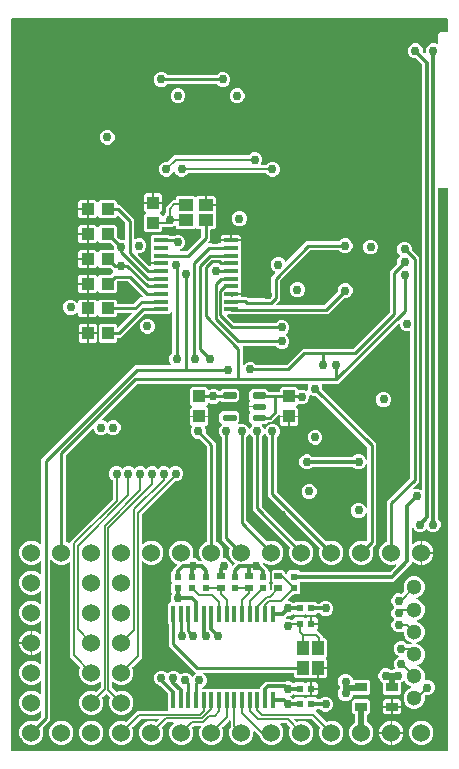
<source format=gbr>
G04 EAGLE Gerber RS-274X export*
G75*
%MOMM*%
%FSLAX34Y34*%
%LPD*%
%INBottom Copper*%
%IPPOS*%
%AMOC8*
5,1,8,0,0,1.08239X$1,22.5*%
G01*
G04 Define Apertures*
%ADD10R,1.100000X1.000000*%
%ADD11R,1.000000X1.100000*%
%ADD12R,0.629100X0.560000*%
%ADD13R,0.560000X0.629100*%
%ADD14R,1.200000X0.350000*%
%ADD15R,0.348000X1.397000*%
%ADD16R,1.200000X1.000000*%
%ADD17R,1.000000X1.200000*%
%ADD18R,0.644000X0.535100*%
%ADD19C,0.295000*%
%ADD20C,1.530000*%
%ADD21R,0.973900X0.798700*%
%ADD22C,1.300000*%
%ADD23C,0.756400*%
%ADD24C,0.254000*%
%ADD25C,0.200000*%
%ADD26C,0.304800*%
%ADD27C,0.508000*%
%ADD28C,0.152400*%
%ADD29C,0.203200*%
%ADD30C,0.300000*%
G36*
X371995Y2600D02*
X372245Y2772D01*
X372409Y3027D01*
X372460Y3302D01*
X372460Y478198D01*
X372400Y478495D01*
X372228Y478745D01*
X371973Y478909D01*
X371698Y478960D01*
X365448Y478960D01*
X365365Y479043D01*
X365112Y479211D01*
X364814Y479266D01*
X364518Y479201D01*
X364270Y479026D01*
X364111Y478768D01*
X364064Y478504D01*
X364064Y199192D01*
X364124Y198895D01*
X364287Y198653D01*
X365360Y197581D01*
X366322Y195258D01*
X366322Y192742D01*
X365360Y190419D01*
X363581Y188640D01*
X361258Y187678D01*
X358742Y187678D01*
X356419Y188640D01*
X355039Y190021D01*
X354786Y190188D01*
X354488Y190244D01*
X354192Y190179D01*
X353961Y190021D01*
X352581Y188640D01*
X350258Y187678D01*
X347742Y187678D01*
X345419Y188640D01*
X343640Y190419D01*
X343530Y190686D01*
X343361Y190937D01*
X343106Y191103D01*
X342808Y191156D01*
X342512Y191088D01*
X342266Y190911D01*
X342109Y190652D01*
X342064Y190394D01*
X342064Y178424D01*
X342124Y178127D01*
X342296Y177877D01*
X342551Y177714D01*
X342850Y177663D01*
X343145Y177733D01*
X343365Y177886D01*
X344328Y178849D01*
X348073Y180400D01*
X349338Y180400D01*
X349338Y160020D01*
X348073Y160020D01*
X344328Y161571D01*
X343365Y162534D01*
X343112Y162702D01*
X342814Y162757D01*
X342518Y162692D01*
X342270Y162517D01*
X342111Y162259D01*
X342064Y161996D01*
X342064Y161317D01*
X326529Y145782D01*
X247789Y145782D01*
X247492Y145722D01*
X247250Y145559D01*
X247230Y145539D01*
X247063Y145286D01*
X247007Y144988D01*
X247072Y144692D01*
X247230Y144461D01*
X247686Y144006D01*
X247686Y136302D01*
X246198Y134814D01*
X241982Y134814D01*
X241685Y134754D01*
X241443Y134591D01*
X237475Y130623D01*
X237308Y130370D01*
X237252Y130072D01*
X237317Y129776D01*
X237493Y129528D01*
X237751Y129369D01*
X238014Y129322D01*
X238258Y129322D01*
X240581Y128360D01*
X241240Y127701D01*
X241493Y127533D01*
X241791Y127478D01*
X242087Y127543D01*
X242317Y127701D01*
X243302Y128686D01*
X251006Y128686D01*
X251461Y128230D01*
X251714Y128063D01*
X252012Y128007D01*
X252308Y128072D01*
X252539Y128230D01*
X252994Y128686D01*
X260698Y128686D01*
X262096Y127287D01*
X262349Y127120D01*
X262635Y127064D01*
X263808Y127064D01*
X264105Y127124D01*
X264347Y127287D01*
X265419Y128360D01*
X267742Y129322D01*
X270258Y129322D01*
X272581Y128360D01*
X274360Y126581D01*
X275322Y124258D01*
X275322Y121742D01*
X274360Y119419D01*
X272581Y117640D01*
X270258Y116678D01*
X267742Y116678D01*
X265419Y117640D01*
X264347Y118713D01*
X264094Y118880D01*
X263808Y118936D01*
X262635Y118936D01*
X262338Y118876D01*
X262096Y118713D01*
X260698Y117315D01*
X252994Y117315D01*
X252539Y117770D01*
X252286Y117937D01*
X251988Y117993D01*
X251692Y117928D01*
X251461Y117770D01*
X251006Y117315D01*
X243302Y117315D01*
X242317Y118299D01*
X242065Y118467D01*
X241766Y118522D01*
X241470Y118457D01*
X241240Y118299D01*
X240581Y117640D01*
X238258Y116678D01*
X236741Y116678D01*
X236444Y116618D01*
X236202Y116455D01*
X235370Y115623D01*
X235203Y115370D01*
X235147Y115072D01*
X235212Y114776D01*
X235388Y114528D01*
X235646Y114369D01*
X235909Y114322D01*
X238258Y114322D01*
X240005Y113598D01*
X240297Y113540D01*
X241052Y113540D01*
X241349Y113600D01*
X241599Y113772D01*
X241763Y114027D01*
X241790Y114174D01*
X243302Y115686D01*
X251006Y115686D01*
X251461Y115230D01*
X251714Y115063D01*
X252012Y115007D01*
X252308Y115072D01*
X252539Y115230D01*
X252994Y115686D01*
X256084Y115686D01*
X256084Y109238D01*
X262186Y109238D01*
X262186Y105802D01*
X261724Y105341D01*
X261557Y105088D01*
X261501Y104790D01*
X261566Y104494D01*
X261742Y104246D01*
X261789Y104217D01*
X266540Y99466D01*
X266540Y98802D01*
X266600Y98505D01*
X266772Y98255D01*
X267027Y98091D01*
X267302Y98040D01*
X268552Y98040D01*
X270040Y96552D01*
X270040Y82448D01*
X269131Y81539D01*
X268963Y81286D01*
X268908Y80988D01*
X268973Y80692D01*
X269131Y80461D01*
X270040Y79552D01*
X270040Y73262D01*
X261738Y73262D01*
X261738Y63960D01*
X256402Y63960D01*
X256286Y64037D01*
X255988Y64092D01*
X255692Y64027D01*
X255594Y63960D01*
X243448Y63960D01*
X241960Y65448D01*
X241960Y67928D01*
X241900Y68225D01*
X241728Y68475D01*
X241473Y68639D01*
X241198Y68690D01*
X166090Y68690D01*
X165793Y68630D01*
X165543Y68458D01*
X165380Y68203D01*
X165329Y67904D01*
X165398Y67609D01*
X165551Y67389D01*
X167360Y65581D01*
X168322Y63258D01*
X168322Y60742D01*
X167360Y58419D01*
X165581Y56640D01*
X165075Y56431D01*
X164824Y56262D01*
X164658Y56007D01*
X164605Y55709D01*
X164673Y55413D01*
X164850Y55167D01*
X165109Y55010D01*
X165367Y54965D01*
X168583Y54965D01*
X168714Y54878D01*
X169012Y54823D01*
X169308Y54888D01*
X169421Y54965D01*
X175083Y54965D01*
X175214Y54878D01*
X175512Y54823D01*
X175808Y54888D01*
X175921Y54965D01*
X181583Y54965D01*
X181714Y54878D01*
X182012Y54823D01*
X182308Y54888D01*
X182421Y54965D01*
X188083Y54965D01*
X188214Y54878D01*
X188512Y54823D01*
X188808Y54888D01*
X188921Y54965D01*
X194583Y54965D01*
X194714Y54878D01*
X195012Y54823D01*
X195308Y54888D01*
X195421Y54965D01*
X201083Y54965D01*
X201214Y54878D01*
X201512Y54823D01*
X201808Y54888D01*
X201921Y54965D01*
X207583Y54965D01*
X207714Y54878D01*
X208012Y54823D01*
X208308Y54888D01*
X208421Y54965D01*
X212924Y54965D01*
X213221Y55025D01*
X213471Y55197D01*
X213635Y55452D01*
X213686Y55727D01*
X213686Y56433D01*
X218317Y61064D01*
X234968Y61064D01*
X235260Y61122D01*
X235742Y61322D01*
X238258Y61322D01*
X240581Y60360D01*
X241240Y59701D01*
X241493Y59533D01*
X241791Y59478D01*
X242087Y59543D01*
X242317Y59701D01*
X243302Y60686D01*
X251006Y60686D01*
X251461Y60230D01*
X251714Y60063D01*
X252012Y60007D01*
X252308Y60072D01*
X252539Y60230D01*
X252994Y60686D01*
X256084Y60686D01*
X256084Y49315D01*
X252994Y49315D01*
X252539Y49770D01*
X252286Y49937D01*
X251988Y49993D01*
X251692Y49928D01*
X251461Y49770D01*
X251006Y49315D01*
X243302Y49315D01*
X242317Y50299D01*
X242065Y50467D01*
X241766Y50522D01*
X241470Y50457D01*
X241240Y50299D01*
X240581Y49640D01*
X239527Y49204D01*
X239276Y49035D01*
X239110Y48780D01*
X239057Y48482D01*
X239125Y48186D01*
X239302Y47940D01*
X239527Y47796D01*
X240581Y47360D01*
X241240Y46701D01*
X241493Y46533D01*
X241791Y46478D01*
X242087Y46543D01*
X242317Y46701D01*
X243302Y47686D01*
X251006Y47686D01*
X251461Y47230D01*
X251714Y47063D01*
X252012Y47007D01*
X252308Y47072D01*
X252539Y47230D01*
X252994Y47686D01*
X260698Y47686D01*
X262096Y46287D01*
X262349Y46120D01*
X262635Y46064D01*
X263808Y46064D01*
X264105Y46124D01*
X264347Y46287D01*
X265419Y47360D01*
X267742Y48322D01*
X270258Y48322D01*
X272581Y47360D01*
X274360Y45581D01*
X275322Y43258D01*
X275322Y40742D01*
X274360Y38419D01*
X272581Y36640D01*
X270258Y35678D01*
X267742Y35678D01*
X265419Y36640D01*
X264347Y37713D01*
X264094Y37880D01*
X263808Y37936D01*
X262635Y37936D01*
X262338Y37876D01*
X262096Y37713D01*
X260921Y36537D01*
X260753Y36284D01*
X260697Y35986D01*
X260763Y35690D01*
X260921Y35459D01*
X262235Y34145D01*
X269043Y27337D01*
X269296Y27169D01*
X269594Y27114D01*
X269873Y27172D01*
X271873Y28000D01*
X275927Y28000D01*
X279672Y26449D01*
X282539Y23582D01*
X284090Y19837D01*
X284090Y15783D01*
X282539Y12038D01*
X279672Y9171D01*
X275927Y7620D01*
X271873Y7620D01*
X268128Y9171D01*
X265261Y12038D01*
X263710Y15783D01*
X263710Y19837D01*
X264538Y21837D01*
X264596Y22134D01*
X264534Y22431D01*
X264373Y22667D01*
X257565Y29475D01*
X257313Y29642D01*
X257027Y29698D01*
X243121Y29698D01*
X242824Y29638D01*
X242574Y29466D01*
X242411Y29211D01*
X242360Y28912D01*
X242430Y28617D01*
X242583Y28397D01*
X243643Y27337D01*
X243896Y27169D01*
X244194Y27114D01*
X244473Y27172D01*
X246473Y28000D01*
X250527Y28000D01*
X254272Y26449D01*
X257139Y23582D01*
X258690Y19837D01*
X258690Y15783D01*
X257139Y12038D01*
X254272Y9171D01*
X250527Y7620D01*
X246473Y7620D01*
X242728Y9171D01*
X239861Y12038D01*
X238310Y15783D01*
X238310Y19837D01*
X239138Y21837D01*
X239196Y22134D01*
X239134Y22431D01*
X238973Y22667D01*
X236165Y25475D01*
X235913Y25642D01*
X235627Y25698D01*
X231462Y25698D01*
X231165Y25638D01*
X230915Y25466D01*
X230752Y25211D01*
X230701Y24912D01*
X230771Y24617D01*
X230924Y24397D01*
X231739Y23582D01*
X233290Y19837D01*
X233290Y15783D01*
X231739Y12038D01*
X228872Y9171D01*
X225127Y7620D01*
X221073Y7620D01*
X217328Y9171D01*
X214461Y12038D01*
X213225Y15024D01*
X213059Y15271D01*
X209191Y19139D01*
X208938Y19307D01*
X208640Y19363D01*
X208344Y19297D01*
X208096Y19122D01*
X207937Y18864D01*
X207890Y18601D01*
X207890Y15783D01*
X206339Y12038D01*
X203472Y9171D01*
X199727Y7620D01*
X195673Y7620D01*
X191928Y9171D01*
X189061Y12038D01*
X187510Y15783D01*
X187510Y19837D01*
X188390Y21961D01*
X188448Y22253D01*
X188448Y27449D01*
X188388Y27746D01*
X188216Y27996D01*
X187961Y28159D01*
X187662Y28210D01*
X187367Y28140D01*
X187147Y27987D01*
X181827Y22667D01*
X181659Y22414D01*
X181604Y22116D01*
X181662Y21837D01*
X182490Y19837D01*
X182490Y15783D01*
X180939Y12038D01*
X178072Y9171D01*
X174327Y7620D01*
X170273Y7620D01*
X166528Y9171D01*
X163661Y12038D01*
X162110Y15783D01*
X162110Y19837D01*
X163233Y22548D01*
X163291Y22846D01*
X163228Y23143D01*
X163055Y23392D01*
X162798Y23553D01*
X162529Y23602D01*
X157677Y23602D01*
X157380Y23542D01*
X157139Y23379D01*
X156427Y22667D01*
X156259Y22414D01*
X156204Y22116D01*
X156262Y21837D01*
X157090Y19837D01*
X157090Y15783D01*
X155539Y12038D01*
X152672Y9171D01*
X148927Y7620D01*
X144873Y7620D01*
X141128Y9171D01*
X138261Y12038D01*
X136710Y15783D01*
X136710Y19837D01*
X138261Y23582D01*
X140028Y25349D01*
X140196Y25602D01*
X140251Y25900D01*
X140186Y26196D01*
X140011Y26444D01*
X139753Y26603D01*
X139490Y26650D01*
X135325Y26650D01*
X135028Y26590D01*
X134787Y26427D01*
X131027Y22667D01*
X130859Y22414D01*
X130804Y22116D01*
X130862Y21837D01*
X131690Y19837D01*
X131690Y15783D01*
X130139Y12038D01*
X127272Y9171D01*
X123527Y7620D01*
X119473Y7620D01*
X115728Y9171D01*
X112861Y12038D01*
X111310Y15783D01*
X111310Y19837D01*
X112861Y23582D01*
X115728Y26449D01*
X119473Y28000D01*
X123527Y28000D01*
X125527Y27172D01*
X125824Y27114D01*
X126121Y27176D01*
X126357Y27337D01*
X127417Y28397D01*
X127585Y28650D01*
X127641Y28948D01*
X127575Y29244D01*
X127400Y29492D01*
X127142Y29651D01*
X126879Y29698D01*
X112973Y29698D01*
X112676Y29638D01*
X112435Y29475D01*
X105627Y22667D01*
X105459Y22414D01*
X105404Y22116D01*
X105462Y21837D01*
X106290Y19837D01*
X106290Y15783D01*
X104739Y12038D01*
X101872Y9171D01*
X98127Y7620D01*
X94073Y7620D01*
X90328Y9171D01*
X87461Y12038D01*
X85910Y15783D01*
X85910Y19837D01*
X87461Y23582D01*
X90328Y26449D01*
X94073Y28000D01*
X98127Y28000D01*
X100127Y27172D01*
X100424Y27114D01*
X100721Y27176D01*
X100957Y27337D01*
X109922Y36302D01*
X134731Y36302D01*
X135029Y36362D01*
X135279Y36534D01*
X135442Y36789D01*
X135493Y37088D01*
X135470Y37185D01*
X135470Y50467D01*
X135410Y50764D01*
X135247Y51006D01*
X128563Y57690D01*
X128316Y57855D01*
X126419Y58640D01*
X124640Y60419D01*
X123678Y62742D01*
X123678Y65258D01*
X124640Y67581D01*
X126419Y69360D01*
X128742Y70322D01*
X131258Y70322D01*
X133581Y69360D01*
X134461Y68479D01*
X134714Y68312D01*
X135012Y68256D01*
X135308Y68321D01*
X135539Y68479D01*
X136419Y69360D01*
X138742Y70322D01*
X141258Y70322D01*
X143581Y69360D01*
X145466Y67474D01*
X145719Y67307D01*
X146017Y67251D01*
X146297Y67309D01*
X148742Y68322D01*
X151258Y68322D01*
X153581Y67360D01*
X155461Y65479D01*
X155714Y65312D01*
X156012Y65256D01*
X156308Y65321D01*
X156539Y65479D01*
X158419Y67360D01*
X158662Y67460D01*
X158913Y67630D01*
X159079Y67884D01*
X159132Y68182D01*
X159064Y68478D01*
X158909Y68703D01*
X136190Y91422D01*
X136190Y109487D01*
X136130Y109785D01*
X135967Y110026D01*
X135470Y110523D01*
X135470Y126597D01*
X136958Y128085D01*
X137638Y128085D01*
X137936Y128145D01*
X138186Y128317D01*
X138349Y128572D01*
X138400Y128871D01*
X138342Y129139D01*
X137678Y130742D01*
X137678Y133258D01*
X138561Y135390D01*
X138619Y135688D01*
X138557Y135984D01*
X138396Y136220D01*
X138315Y136302D01*
X138315Y144006D01*
X138770Y144461D01*
X138937Y144714D01*
X138993Y145012D01*
X138928Y145308D01*
X138770Y145539D01*
X138315Y145994D01*
X138315Y153698D01*
X139713Y155096D01*
X139880Y155349D01*
X139936Y155635D01*
X139936Y156683D01*
X142935Y159682D01*
X143103Y159935D01*
X143158Y160233D01*
X143093Y160530D01*
X142918Y160777D01*
X142688Y160925D01*
X141128Y161571D01*
X138261Y164438D01*
X136710Y168183D01*
X136710Y172237D01*
X138261Y175982D01*
X141128Y178849D01*
X144873Y180400D01*
X148927Y180400D01*
X152672Y178849D01*
X155539Y175982D01*
X157090Y172237D01*
X157090Y168183D01*
X156341Y166376D01*
X156283Y166078D01*
X156346Y165781D01*
X156520Y165532D01*
X156776Y165371D01*
X157045Y165322D01*
X158258Y165322D01*
X160581Y164360D01*
X161653Y163287D01*
X161906Y163120D01*
X162192Y163064D01*
X163196Y163064D01*
X163493Y163124D01*
X163743Y163296D01*
X163906Y163551D01*
X163957Y163850D01*
X163887Y164145D01*
X163734Y164365D01*
X163661Y164438D01*
X162110Y168183D01*
X162110Y172237D01*
X163661Y175982D01*
X166528Y178849D01*
X168020Y179467D01*
X168271Y179636D01*
X168437Y179890D01*
X168490Y180171D01*
X168490Y259806D01*
X168430Y260103D01*
X168267Y260345D01*
X162157Y266455D01*
X161904Y266622D01*
X161618Y266678D01*
X159742Y266678D01*
X157419Y267640D01*
X155640Y269419D01*
X154678Y271742D01*
X154678Y274258D01*
X155640Y276581D01*
X155695Y276635D01*
X155862Y276888D01*
X155918Y277186D01*
X155853Y277483D01*
X155695Y277713D01*
X154460Y278948D01*
X154460Y284738D01*
X169540Y284738D01*
X169540Y278948D01*
X168052Y277460D01*
X167136Y277460D01*
X166839Y277400D01*
X166589Y277228D01*
X166425Y276973D01*
X166374Y276674D01*
X166432Y276406D01*
X167322Y274258D01*
X167322Y272382D01*
X167382Y272085D01*
X167545Y271843D01*
X176110Y263278D01*
X176110Y180171D01*
X176170Y179873D01*
X176342Y179623D01*
X176580Y179467D01*
X178072Y178849D01*
X180939Y175982D01*
X182490Y172237D01*
X182490Y168183D01*
X181741Y166376D01*
X181683Y166078D01*
X181746Y165781D01*
X181920Y165532D01*
X182176Y165371D01*
X182445Y165322D01*
X184258Y165322D01*
X186581Y164360D01*
X188360Y162581D01*
X189322Y160258D01*
X189322Y159909D01*
X189382Y159612D01*
X189554Y159362D01*
X189809Y159198D01*
X190108Y159147D01*
X190403Y159217D01*
X190623Y159370D01*
X191837Y160584D01*
X192005Y160837D01*
X192060Y161135D01*
X191995Y161432D01*
X191837Y161662D01*
X189061Y164438D01*
X187510Y168183D01*
X187510Y172237D01*
X188128Y173729D01*
X188186Y174026D01*
X188123Y174323D01*
X187963Y174559D01*
X181190Y181332D01*
X181190Y267554D01*
X181130Y267851D01*
X180967Y268093D01*
X179640Y269419D01*
X178678Y271742D01*
X178678Y274258D01*
X179640Y276581D01*
X181102Y278043D01*
X181269Y278295D01*
X181325Y278593D01*
X181260Y278890D01*
X181102Y279120D01*
X178860Y281362D01*
X178860Y287638D01*
X181212Y289990D01*
X193688Y289990D01*
X196040Y287638D01*
X196040Y281362D01*
X194770Y280092D01*
X194602Y279839D01*
X194547Y279541D01*
X194612Y279244D01*
X194787Y278997D01*
X195045Y278838D01*
X195345Y278792D01*
X195600Y278849D01*
X196742Y279322D01*
X199258Y279322D01*
X201581Y278360D01*
X203360Y276581D01*
X203796Y275527D01*
X203966Y275276D01*
X204220Y275110D01*
X204518Y275057D01*
X204814Y275125D01*
X205060Y275302D01*
X205204Y275527D01*
X205640Y276581D01*
X206769Y277709D01*
X206936Y277962D01*
X206992Y278260D01*
X206927Y278556D01*
X206751Y278804D01*
X206493Y278963D01*
X206330Y278992D01*
X203960Y281362D01*
X203960Y287638D01*
X205033Y288711D01*
X205201Y288964D01*
X205256Y289262D01*
X205191Y289558D01*
X205033Y289789D01*
X203960Y290862D01*
X203960Y293238D01*
X213312Y293238D01*
X213312Y294762D01*
X203960Y294762D01*
X203960Y297138D01*
X205033Y298211D01*
X205201Y298464D01*
X205256Y298762D01*
X205191Y299058D01*
X205033Y299289D01*
X203960Y300362D01*
X203960Y306638D01*
X206312Y308990D01*
X218788Y308990D01*
X221245Y306533D01*
X221498Y306366D01*
X221784Y306310D01*
X229698Y306310D01*
X229995Y306370D01*
X230245Y306542D01*
X230409Y306797D01*
X230460Y307072D01*
X230460Y309052D01*
X231948Y310540D01*
X244052Y310540D01*
X245540Y309052D01*
X245540Y308550D01*
X245600Y308253D01*
X245772Y308003D01*
X246027Y307839D01*
X246326Y307789D01*
X246594Y307846D01*
X247742Y308322D01*
X250258Y308322D01*
X252624Y307342D01*
X252922Y307284D01*
X253219Y307346D01*
X253468Y307520D01*
X253629Y307777D01*
X253678Y308046D01*
X253678Y310258D01*
X254456Y312136D01*
X254514Y312434D01*
X254452Y312731D01*
X254278Y312980D01*
X254021Y313141D01*
X253752Y313190D01*
X109894Y313190D01*
X109597Y313130D01*
X109355Y312967D01*
X79970Y283582D01*
X79802Y283329D01*
X79747Y283031D01*
X79812Y282734D01*
X79987Y282487D01*
X80217Y282339D01*
X82581Y281360D01*
X83461Y280479D01*
X83714Y280312D01*
X84012Y280256D01*
X84308Y280321D01*
X84539Y280479D01*
X85419Y281360D01*
X87742Y282322D01*
X90258Y282322D01*
X92581Y281360D01*
X94360Y279581D01*
X95322Y277258D01*
X95322Y274742D01*
X94360Y272419D01*
X92581Y270640D01*
X90258Y269678D01*
X87742Y269678D01*
X85419Y270640D01*
X84539Y271521D01*
X84286Y271688D01*
X83988Y271744D01*
X83692Y271679D01*
X83461Y271521D01*
X82581Y270640D01*
X80258Y269678D01*
X77742Y269678D01*
X75419Y270640D01*
X73640Y272419D01*
X72661Y274783D01*
X72492Y275035D01*
X72238Y275200D01*
X71939Y275253D01*
X71643Y275186D01*
X71418Y275030D01*
X49333Y252945D01*
X49166Y252692D01*
X49110Y252406D01*
X49110Y180171D01*
X49170Y179873D01*
X49342Y179623D01*
X49580Y179467D01*
X51072Y178849D01*
X51397Y178524D01*
X51650Y178356D01*
X51948Y178301D01*
X52244Y178366D01*
X52492Y178541D01*
X52651Y178799D01*
X52698Y179062D01*
X52698Y179368D01*
X88475Y215145D01*
X88642Y215397D01*
X88698Y215683D01*
X88698Y231046D01*
X88638Y231343D01*
X88475Y231585D01*
X86640Y233419D01*
X85678Y235742D01*
X85678Y238258D01*
X86640Y240581D01*
X88419Y242360D01*
X90742Y243322D01*
X93258Y243322D01*
X95581Y242360D01*
X96461Y241479D01*
X96714Y241312D01*
X97012Y241256D01*
X97308Y241321D01*
X97539Y241479D01*
X98419Y242360D01*
X100742Y243322D01*
X103258Y243322D01*
X105581Y242360D01*
X106461Y241479D01*
X106714Y241312D01*
X107012Y241256D01*
X107308Y241321D01*
X107539Y241479D01*
X108419Y242360D01*
X110742Y243322D01*
X113258Y243322D01*
X115581Y242360D01*
X116461Y241479D01*
X116714Y241312D01*
X117012Y241256D01*
X117308Y241321D01*
X117539Y241479D01*
X118419Y242360D01*
X120742Y243322D01*
X123258Y243322D01*
X125581Y242360D01*
X126461Y241479D01*
X126714Y241312D01*
X127012Y241256D01*
X127308Y241321D01*
X127539Y241479D01*
X128419Y242360D01*
X130742Y243322D01*
X133258Y243322D01*
X135581Y242360D01*
X136461Y241479D01*
X136714Y241312D01*
X137012Y241256D01*
X137308Y241321D01*
X137539Y241479D01*
X138419Y242360D01*
X140742Y243322D01*
X143258Y243322D01*
X145581Y242360D01*
X147360Y240581D01*
X148322Y238258D01*
X148322Y235742D01*
X147360Y233419D01*
X145581Y231640D01*
X143258Y230678D01*
X141663Y230678D01*
X141366Y230618D01*
X141125Y230455D01*
X113525Y202855D01*
X113358Y202603D01*
X113302Y202317D01*
X113302Y178262D01*
X113362Y177965D01*
X113534Y177715D01*
X113789Y177552D01*
X114088Y177501D01*
X114383Y177571D01*
X114603Y177724D01*
X115728Y178849D01*
X119473Y180400D01*
X123527Y180400D01*
X127272Y178849D01*
X130139Y175982D01*
X131690Y172237D01*
X131690Y168183D01*
X130139Y164438D01*
X127272Y161571D01*
X123527Y160020D01*
X119473Y160020D01*
X115728Y161571D01*
X114603Y162696D01*
X114350Y162864D01*
X114052Y162919D01*
X113756Y162854D01*
X113508Y162679D01*
X113349Y162421D01*
X113302Y162158D01*
X113302Y81142D01*
X105627Y73467D01*
X105459Y73214D01*
X105404Y72916D01*
X105462Y72637D01*
X106290Y70637D01*
X106290Y66583D01*
X104739Y62838D01*
X101872Y59971D01*
X98127Y58420D01*
X94073Y58420D01*
X90328Y59971D01*
X89603Y60696D01*
X89350Y60864D01*
X89052Y60919D01*
X88756Y60854D01*
X88508Y60679D01*
X88349Y60421D01*
X88302Y60158D01*
X88302Y55993D01*
X88362Y55696D01*
X88525Y55455D01*
X91243Y52737D01*
X91496Y52569D01*
X91794Y52514D01*
X92073Y52572D01*
X94073Y53400D01*
X98127Y53400D01*
X101872Y51849D01*
X104739Y48982D01*
X106290Y45237D01*
X106290Y41183D01*
X104739Y37438D01*
X101872Y34571D01*
X98127Y33020D01*
X94073Y33020D01*
X90328Y34571D01*
X87461Y37438D01*
X85910Y41183D01*
X85910Y45237D01*
X86738Y47237D01*
X86796Y47534D01*
X86734Y47831D01*
X86573Y48067D01*
X83939Y50701D01*
X83686Y50869D01*
X83388Y50925D01*
X83092Y50859D01*
X82861Y50701D01*
X80227Y48067D01*
X80059Y47814D01*
X80004Y47516D01*
X80062Y47237D01*
X80890Y45237D01*
X80890Y41183D01*
X79339Y37438D01*
X76472Y34571D01*
X72727Y33020D01*
X68673Y33020D01*
X64928Y34571D01*
X62061Y37438D01*
X60510Y41183D01*
X60510Y45237D01*
X62061Y48982D01*
X64928Y51849D01*
X68673Y53400D01*
X72727Y53400D01*
X74727Y52572D01*
X75024Y52514D01*
X75321Y52576D01*
X75557Y52737D01*
X78427Y55607D01*
X78594Y55859D01*
X78650Y56145D01*
X78650Y60310D01*
X78590Y60607D01*
X78418Y60857D01*
X78163Y61020D01*
X77864Y61071D01*
X77569Y61001D01*
X77349Y60848D01*
X76472Y59971D01*
X72727Y58420D01*
X68673Y58420D01*
X64928Y59971D01*
X62061Y62838D01*
X60510Y66583D01*
X60510Y70637D01*
X61338Y72637D01*
X61396Y72934D01*
X61334Y73231D01*
X61173Y73467D01*
X52698Y81942D01*
X52698Y161358D01*
X52638Y161655D01*
X52466Y161905D01*
X52211Y162068D01*
X51912Y162119D01*
X51617Y162049D01*
X51397Y161896D01*
X51072Y161571D01*
X47327Y160020D01*
X43273Y160020D01*
X39528Y161571D01*
X37111Y163988D01*
X36858Y164156D01*
X36560Y164211D01*
X36264Y164146D01*
X36016Y163971D01*
X35857Y163713D01*
X35810Y163450D01*
X35810Y28332D01*
X29637Y22159D01*
X29470Y21906D01*
X29414Y21608D01*
X29472Y21329D01*
X30090Y19837D01*
X30090Y15783D01*
X28539Y12038D01*
X25672Y9171D01*
X21927Y7620D01*
X17873Y7620D01*
X14128Y9171D01*
X11261Y12038D01*
X9710Y15783D01*
X9710Y19837D01*
X11261Y23582D01*
X14128Y26449D01*
X17873Y28000D01*
X21927Y28000D01*
X23419Y27382D01*
X23716Y27324D01*
X24013Y27387D01*
X24249Y27547D01*
X27967Y31265D01*
X28134Y31518D01*
X28190Y31804D01*
X28190Y35250D01*
X28130Y35547D01*
X27958Y35797D01*
X27703Y35960D01*
X27404Y36011D01*
X27109Y35941D01*
X26889Y35788D01*
X25672Y34571D01*
X21927Y33020D01*
X17873Y33020D01*
X14128Y34571D01*
X11261Y37438D01*
X9710Y41183D01*
X9710Y45237D01*
X11261Y48982D01*
X14128Y51849D01*
X17873Y53400D01*
X21927Y53400D01*
X25672Y51849D01*
X26889Y50632D01*
X27142Y50464D01*
X27440Y50409D01*
X27736Y50474D01*
X27984Y50649D01*
X28143Y50907D01*
X28190Y51170D01*
X28190Y60650D01*
X28130Y60947D01*
X27958Y61197D01*
X27703Y61360D01*
X27404Y61411D01*
X27109Y61341D01*
X26889Y61188D01*
X25672Y59971D01*
X21927Y58420D01*
X17873Y58420D01*
X14128Y59971D01*
X11261Y62838D01*
X9710Y66583D01*
X9710Y70637D01*
X11261Y74382D01*
X14128Y77249D01*
X17873Y78800D01*
X21927Y78800D01*
X25672Y77249D01*
X26889Y76032D01*
X27142Y75864D01*
X27440Y75809D01*
X27736Y75874D01*
X27984Y76049D01*
X28143Y76307D01*
X28190Y76570D01*
X28190Y86050D01*
X28130Y86347D01*
X27958Y86597D01*
X27703Y86760D01*
X27404Y86811D01*
X27109Y86741D01*
X26889Y86588D01*
X25672Y85371D01*
X21927Y83820D01*
X20662Y83820D01*
X20662Y104200D01*
X21927Y104200D01*
X25672Y102649D01*
X26889Y101432D01*
X27142Y101264D01*
X27440Y101209D01*
X27736Y101274D01*
X27984Y101449D01*
X28143Y101707D01*
X28190Y101970D01*
X28190Y111450D01*
X28130Y111747D01*
X27958Y111997D01*
X27703Y112160D01*
X27404Y112211D01*
X27109Y112141D01*
X26889Y111988D01*
X25672Y110771D01*
X21927Y109220D01*
X17873Y109220D01*
X14128Y110771D01*
X11261Y113638D01*
X9710Y117383D01*
X9710Y121437D01*
X11261Y125182D01*
X14128Y128049D01*
X17873Y129600D01*
X21927Y129600D01*
X25672Y128049D01*
X26889Y126832D01*
X27142Y126664D01*
X27440Y126609D01*
X27736Y126674D01*
X27984Y126849D01*
X28143Y127107D01*
X28190Y127370D01*
X28190Y136850D01*
X28130Y137147D01*
X27958Y137397D01*
X27703Y137560D01*
X27404Y137611D01*
X27109Y137541D01*
X26889Y137388D01*
X25672Y136171D01*
X21927Y134620D01*
X17873Y134620D01*
X14128Y136171D01*
X11261Y139038D01*
X9710Y142783D01*
X9710Y146837D01*
X11261Y150582D01*
X14128Y153449D01*
X17873Y155000D01*
X21927Y155000D01*
X25672Y153449D01*
X26889Y152232D01*
X27142Y152064D01*
X27440Y152009D01*
X27736Y152074D01*
X27984Y152249D01*
X28143Y152507D01*
X28190Y152770D01*
X28190Y162250D01*
X28130Y162547D01*
X27958Y162797D01*
X27703Y162960D01*
X27404Y163011D01*
X27109Y162941D01*
X26889Y162788D01*
X25672Y161571D01*
X21927Y160020D01*
X17873Y160020D01*
X14128Y161571D01*
X11261Y164438D01*
X9710Y168183D01*
X9710Y172237D01*
X11261Y175982D01*
X14128Y178849D01*
X17873Y180400D01*
X21927Y180400D01*
X25672Y178849D01*
X26889Y177632D01*
X27142Y177464D01*
X27440Y177409D01*
X27736Y177474D01*
X27984Y177649D01*
X28143Y177907D01*
X28190Y178170D01*
X28190Y249578D01*
X107422Y328810D01*
X137410Y328810D01*
X137707Y328870D01*
X137957Y329042D01*
X138121Y329297D01*
X138171Y329596D01*
X138102Y329891D01*
X137949Y330111D01*
X137640Y330419D01*
X136678Y332742D01*
X136678Y335258D01*
X137640Y337581D01*
X138967Y338907D01*
X139134Y339160D01*
X139190Y339446D01*
X139190Y372958D01*
X139130Y373256D01*
X138958Y373506D01*
X138703Y373669D01*
X138404Y373720D01*
X138109Y373650D01*
X137889Y373497D01*
X136352Y371960D01*
X122248Y371960D01*
X121991Y372217D01*
X121738Y372384D01*
X121452Y372440D01*
X116144Y372440D01*
X115847Y372380D01*
X115605Y372217D01*
X95578Y352190D01*
X92802Y352190D01*
X92505Y352130D01*
X92255Y351958D01*
X92091Y351703D01*
X92040Y351428D01*
X92040Y349448D01*
X90552Y347960D01*
X78448Y347960D01*
X76960Y349448D01*
X76960Y362552D01*
X78448Y364040D01*
X90552Y364040D01*
X92040Y362552D01*
X92040Y361268D01*
X92100Y360971D01*
X92272Y360720D01*
X92527Y360557D01*
X92826Y360506D01*
X93121Y360576D01*
X93341Y360729D01*
X104501Y371889D01*
X104669Y372142D01*
X104724Y372440D01*
X104659Y372736D01*
X104484Y372984D01*
X104226Y373143D01*
X103962Y373190D01*
X93302Y373190D01*
X93005Y373130D01*
X92755Y372958D01*
X92591Y372703D01*
X92540Y372428D01*
X92540Y370948D01*
X91052Y369460D01*
X77948Y369460D01*
X76539Y370869D01*
X76286Y371037D01*
X75988Y371092D01*
X75692Y371027D01*
X75461Y370869D01*
X74052Y369460D01*
X68262Y369460D01*
X68262Y384540D01*
X74052Y384540D01*
X75461Y383131D01*
X75714Y382963D01*
X76012Y382908D01*
X76308Y382973D01*
X76539Y383131D01*
X77948Y384540D01*
X91052Y384540D01*
X92540Y383052D01*
X92540Y381572D01*
X92600Y381275D01*
X92772Y381025D01*
X93027Y380861D01*
X93302Y380810D01*
X106106Y380810D01*
X106403Y380870D01*
X106645Y381033D01*
X112172Y386560D01*
X113212Y386560D01*
X113509Y386620D01*
X113760Y386792D01*
X113923Y387047D01*
X113974Y387346D01*
X113904Y387641D01*
X113751Y387861D01*
X101645Y399967D01*
X101392Y400134D01*
X101106Y400190D01*
X93302Y400190D01*
X93005Y400130D01*
X92755Y399958D01*
X92591Y399703D01*
X92540Y399428D01*
X92540Y391948D01*
X91052Y390460D01*
X77948Y390460D01*
X76539Y391869D01*
X76286Y392037D01*
X75988Y392092D01*
X75692Y392027D01*
X75461Y391869D01*
X74052Y390460D01*
X68262Y390460D01*
X68262Y405540D01*
X74052Y405540D01*
X75461Y404131D01*
X75714Y403963D01*
X76012Y403908D01*
X76308Y403973D01*
X76539Y404131D01*
X77948Y405540D01*
X86336Y405540D01*
X86633Y405600D01*
X86875Y405763D01*
X89073Y407961D01*
X89241Y408214D01*
X89296Y408512D01*
X89231Y408808D01*
X89073Y409039D01*
X86875Y411237D01*
X86622Y411404D01*
X86336Y411460D01*
X77948Y411460D01*
X76539Y412869D01*
X76286Y413037D01*
X75988Y413092D01*
X75692Y413027D01*
X75461Y412869D01*
X74052Y411460D01*
X68262Y411460D01*
X68262Y426540D01*
X74052Y426540D01*
X75461Y425131D01*
X75714Y424963D01*
X76012Y424908D01*
X76308Y424973D01*
X76539Y425131D01*
X77948Y426540D01*
X89036Y426540D01*
X89333Y426600D01*
X89583Y426772D01*
X89746Y427027D01*
X89797Y427326D01*
X89740Y427594D01*
X89678Y427742D01*
X89678Y429118D01*
X89618Y429415D01*
X89455Y429657D01*
X86875Y432237D01*
X86622Y432404D01*
X86336Y432460D01*
X77948Y432460D01*
X76539Y433869D01*
X76286Y434037D01*
X75988Y434092D01*
X75692Y434027D01*
X75461Y433869D01*
X74052Y432460D01*
X68262Y432460D01*
X68262Y447540D01*
X74052Y447540D01*
X75461Y446131D01*
X75714Y445963D01*
X76012Y445908D01*
X76308Y445973D01*
X76539Y446131D01*
X77948Y447540D01*
X91052Y447540D01*
X92540Y446052D01*
X92540Y437664D01*
X92600Y437367D01*
X92763Y437125D01*
X94343Y435545D01*
X94596Y435378D01*
X94882Y435322D01*
X97258Y435322D01*
X98136Y434958D01*
X98434Y434900D01*
X98731Y434963D01*
X98980Y435136D01*
X99141Y435393D01*
X99190Y435662D01*
X99190Y449106D01*
X99130Y449403D01*
X98967Y449645D01*
X93641Y454971D01*
X93388Y455139D01*
X93090Y455194D01*
X92794Y455129D01*
X92563Y454971D01*
X91052Y453460D01*
X77948Y453460D01*
X76539Y454869D01*
X76286Y455037D01*
X75988Y455092D01*
X75692Y455027D01*
X75461Y454869D01*
X74052Y453460D01*
X68262Y453460D01*
X68262Y468540D01*
X74052Y468540D01*
X75461Y467131D01*
X75714Y466963D01*
X76012Y466908D01*
X76308Y466973D01*
X76539Y467131D01*
X77948Y468540D01*
X91052Y468540D01*
X92540Y467052D01*
X92540Y465572D01*
X92600Y465275D01*
X92772Y465025D01*
X93027Y464861D01*
X93302Y464810D01*
X94578Y464810D01*
X106810Y452578D01*
X106810Y436248D01*
X106870Y435951D01*
X107042Y435700D01*
X107297Y435537D01*
X107596Y435486D01*
X107864Y435544D01*
X109742Y436322D01*
X112258Y436322D01*
X114581Y435360D01*
X116360Y433581D01*
X117322Y431258D01*
X117322Y428742D01*
X116360Y426419D01*
X114581Y424640D01*
X112258Y423678D01*
X110550Y423678D01*
X110253Y423618D01*
X110002Y423446D01*
X109839Y423191D01*
X109788Y422892D01*
X109858Y422597D01*
X110011Y422377D01*
X119459Y412929D01*
X119712Y412761D01*
X120010Y412706D01*
X120306Y412771D01*
X120554Y412946D01*
X120713Y413204D01*
X120760Y413468D01*
X120760Y414488D01*
X130062Y414488D01*
X130062Y416012D01*
X120760Y416012D01*
X120760Y418098D01*
X120837Y418214D01*
X120892Y418512D01*
X120827Y418808D01*
X120760Y418906D01*
X120760Y424598D01*
X120837Y424714D01*
X120892Y425012D01*
X120827Y425308D01*
X120760Y425406D01*
X120760Y431098D01*
X120837Y431214D01*
X120892Y431512D01*
X120827Y431808D01*
X120760Y431906D01*
X120760Y437552D01*
X122248Y439040D01*
X136352Y439040D01*
X136609Y438783D01*
X136862Y438616D01*
X137148Y438560D01*
X140751Y438560D01*
X141043Y438618D01*
X142742Y439322D01*
X145258Y439322D01*
X147581Y438360D01*
X149360Y436581D01*
X150322Y434258D01*
X150322Y431742D01*
X149360Y429419D01*
X147581Y427640D01*
X146098Y427026D01*
X145846Y426857D01*
X145681Y426602D01*
X145627Y426304D01*
X145695Y426008D01*
X145872Y425762D01*
X146132Y425605D01*
X146389Y425560D01*
X150856Y425560D01*
X151153Y425620D01*
X151395Y425783D01*
X163467Y437855D01*
X163634Y438108D01*
X163690Y438394D01*
X163690Y443198D01*
X163630Y443495D01*
X163458Y443745D01*
X163203Y443909D01*
X162928Y443960D01*
X160448Y443960D01*
X159539Y444869D01*
X159286Y445037D01*
X158988Y445092D01*
X158692Y445027D01*
X158461Y444869D01*
X157552Y443960D01*
X143448Y443960D01*
X141960Y445448D01*
X141960Y446180D01*
X141900Y446477D01*
X141728Y446727D01*
X141473Y446891D01*
X141174Y446941D01*
X140879Y446872D01*
X140659Y446719D01*
X140581Y446640D01*
X138258Y445678D01*
X135742Y445678D01*
X135202Y445902D01*
X134910Y445960D01*
X131302Y445960D01*
X131005Y445900D01*
X130755Y445728D01*
X130591Y445473D01*
X130540Y445198D01*
X130540Y442948D01*
X129052Y441460D01*
X116948Y441460D01*
X115460Y442948D01*
X115460Y456052D01*
X116869Y457461D01*
X117037Y457714D01*
X117092Y458012D01*
X117027Y458308D01*
X116869Y458539D01*
X115460Y459948D01*
X115460Y465738D01*
X130540Y465738D01*
X130540Y459948D01*
X129131Y458539D01*
X128963Y458286D01*
X128908Y457988D01*
X128973Y457692D01*
X129131Y457461D01*
X130669Y455923D01*
X130772Y455773D01*
X131027Y455610D01*
X131326Y455559D01*
X131621Y455628D01*
X131841Y455781D01*
X133237Y457177D01*
X133404Y457430D01*
X133460Y457716D01*
X133460Y462466D01*
X139534Y468540D01*
X141198Y468540D01*
X141495Y468600D01*
X141745Y468772D01*
X141909Y469027D01*
X141960Y469302D01*
X141960Y470552D01*
X143448Y472040D01*
X157552Y472040D01*
X158461Y471131D01*
X158714Y470963D01*
X159012Y470908D01*
X159308Y470973D01*
X159539Y471131D01*
X160448Y472040D01*
X166738Y472040D01*
X166738Y463738D01*
X176040Y463738D01*
X176040Y458402D01*
X175963Y458286D01*
X175908Y457988D01*
X175973Y457692D01*
X176040Y457594D01*
X176040Y445448D01*
X174552Y443960D01*
X172072Y443960D01*
X171775Y443900D01*
X171525Y443728D01*
X171361Y443473D01*
X171310Y443198D01*
X171310Y434922D01*
X169749Y433361D01*
X169581Y433108D01*
X169526Y432810D01*
X169591Y432514D01*
X169766Y432266D01*
X170024Y432107D01*
X170288Y432060D01*
X179398Y432060D01*
X179695Y432120D01*
X179945Y432292D01*
X180109Y432547D01*
X180160Y432822D01*
X180160Y433988D01*
X197240Y433988D01*
X197240Y431902D01*
X197163Y431786D01*
X197108Y431488D01*
X197173Y431192D01*
X197240Y431094D01*
X197240Y425402D01*
X197163Y425286D01*
X197108Y424988D01*
X197173Y424692D01*
X197240Y424594D01*
X197240Y418902D01*
X197163Y418786D01*
X197108Y418488D01*
X197173Y418192D01*
X197240Y418094D01*
X197240Y412402D01*
X197163Y412286D01*
X197108Y411988D01*
X197173Y411692D01*
X197240Y411594D01*
X197240Y405902D01*
X197163Y405786D01*
X197108Y405488D01*
X197173Y405192D01*
X197240Y405094D01*
X197240Y399402D01*
X197163Y399286D01*
X197108Y398988D01*
X197173Y398692D01*
X197240Y398594D01*
X197240Y392902D01*
X197163Y392786D01*
X197108Y392488D01*
X197173Y392192D01*
X197240Y392094D01*
X197240Y390012D01*
X187938Y390012D01*
X187938Y388488D01*
X197240Y388488D01*
X197240Y387572D01*
X197300Y387275D01*
X197472Y387025D01*
X197727Y386861D01*
X198002Y386810D01*
X202578Y386810D01*
X203431Y385957D01*
X203684Y385790D01*
X203970Y385734D01*
X220834Y385734D01*
X221131Y385794D01*
X221373Y385957D01*
X222547Y387131D01*
X222714Y387384D01*
X222770Y387670D01*
X222770Y403858D01*
X226121Y407209D01*
X226288Y407462D01*
X226344Y407760D01*
X226279Y408056D01*
X226104Y408304D01*
X225874Y408452D01*
X225419Y408640D01*
X223640Y410419D01*
X222678Y412742D01*
X222678Y415258D01*
X223640Y417581D01*
X225419Y419360D01*
X227742Y420322D01*
X230258Y420322D01*
X232581Y419360D01*
X234360Y417581D01*
X234548Y417126D01*
X234717Y416875D01*
X234972Y416709D01*
X235270Y416656D01*
X235566Y416724D01*
X235791Y416879D01*
X252722Y433810D01*
X280054Y433810D01*
X280351Y433870D01*
X280593Y434033D01*
X281919Y435360D01*
X284242Y436322D01*
X286758Y436322D01*
X289081Y435360D01*
X290860Y433581D01*
X291822Y431258D01*
X291822Y428742D01*
X290860Y426419D01*
X289081Y424640D01*
X286758Y423678D01*
X284242Y423678D01*
X281919Y424640D01*
X280593Y425967D01*
X280340Y426134D01*
X280054Y426190D01*
X256194Y426190D01*
X255896Y426130D01*
X255655Y425967D01*
X230613Y400925D01*
X230446Y400672D01*
X230390Y400386D01*
X230390Y384198D01*
X227163Y380971D01*
X226995Y380718D01*
X226940Y380420D01*
X227005Y380124D01*
X227180Y379876D01*
X227438Y379717D01*
X227701Y379670D01*
X267466Y379670D01*
X267763Y379730D01*
X268005Y379893D01*
X278955Y390843D01*
X279122Y391096D01*
X279178Y391382D01*
X279178Y393258D01*
X280140Y395581D01*
X281919Y397360D01*
X284242Y398322D01*
X286758Y398322D01*
X289081Y397360D01*
X290860Y395581D01*
X291822Y393258D01*
X291822Y390742D01*
X290860Y388419D01*
X289081Y386640D01*
X286758Y385678D01*
X284882Y385678D01*
X284585Y385618D01*
X284343Y385455D01*
X270938Y372050D01*
X196158Y372050D01*
X195861Y371990D01*
X195817Y371960D01*
X186268Y371960D01*
X185971Y371900D01*
X185720Y371728D01*
X185557Y371473D01*
X185506Y371174D01*
X185576Y370879D01*
X185729Y370659D01*
X191355Y365033D01*
X191608Y364866D01*
X191894Y364810D01*
X226554Y364810D01*
X226851Y364870D01*
X227093Y365033D01*
X228419Y366360D01*
X230742Y367322D01*
X233258Y367322D01*
X235581Y366360D01*
X237360Y364581D01*
X238322Y362258D01*
X238322Y359742D01*
X237360Y357419D01*
X235479Y355539D01*
X235312Y355286D01*
X235256Y354988D01*
X235321Y354692D01*
X235479Y354461D01*
X237360Y352581D01*
X238322Y350258D01*
X238322Y347742D01*
X237360Y345419D01*
X235581Y343640D01*
X233258Y342678D01*
X230742Y342678D01*
X228419Y343640D01*
X227093Y344967D01*
X226840Y345134D01*
X226554Y345190D01*
X199572Y345190D01*
X199275Y345130D01*
X199025Y344958D01*
X198861Y344703D01*
X198810Y344428D01*
X198810Y329896D01*
X198870Y329599D01*
X199042Y329349D01*
X199297Y329186D01*
X199596Y329135D01*
X199891Y329204D01*
X200111Y329357D01*
X201419Y330666D01*
X203742Y331628D01*
X206258Y331628D01*
X208581Y330666D01*
X209907Y329339D01*
X210160Y329172D01*
X210446Y329116D01*
X235412Y329116D01*
X235709Y329176D01*
X235951Y329339D01*
X249422Y342810D01*
X292106Y342810D01*
X292403Y342870D01*
X292645Y343033D01*
X322967Y373355D01*
X323134Y373608D01*
X323190Y373894D01*
X323190Y408578D01*
X329455Y414843D01*
X329622Y415096D01*
X329678Y415382D01*
X329678Y417258D01*
X330640Y419581D01*
X332021Y420961D01*
X332188Y421214D01*
X332244Y421512D01*
X332179Y421808D01*
X332021Y422039D01*
X330640Y423419D01*
X329678Y425742D01*
X329678Y428258D01*
X330640Y430581D01*
X332419Y432360D01*
X334742Y433322D01*
X337258Y433322D01*
X339581Y432360D01*
X341360Y430581D01*
X342322Y428258D01*
X342322Y426382D01*
X342382Y426085D01*
X342545Y425843D01*
X348386Y420002D01*
X348386Y230298D01*
X343470Y225382D01*
X343302Y225129D01*
X343247Y224831D01*
X343312Y224535D01*
X343487Y224287D01*
X343745Y224128D01*
X344045Y224082D01*
X344300Y224139D01*
X344742Y224322D01*
X347258Y224322D01*
X349581Y223360D01*
X349635Y223305D01*
X349888Y223138D01*
X350186Y223082D01*
X350482Y223147D01*
X350730Y223323D01*
X350889Y223581D01*
X350936Y223844D01*
X350936Y583001D01*
X350876Y583298D01*
X350713Y583540D01*
X345798Y588455D01*
X345545Y588622D01*
X345259Y588678D01*
X343742Y588678D01*
X341419Y589640D01*
X339640Y591419D01*
X338678Y593742D01*
X338678Y596258D01*
X339640Y598581D01*
X341419Y600360D01*
X343742Y601322D01*
X346258Y601322D01*
X348581Y600360D01*
X350360Y598581D01*
X351322Y596258D01*
X351322Y594741D01*
X351382Y594444D01*
X351545Y594202D01*
X352377Y593370D01*
X352630Y593203D01*
X352928Y593147D01*
X353224Y593212D01*
X353472Y593388D01*
X353631Y593646D01*
X353678Y593909D01*
X353678Y596258D01*
X354640Y598581D01*
X356419Y600360D01*
X358742Y601322D01*
X361258Y601322D01*
X362906Y600639D01*
X363204Y600581D01*
X363501Y600644D01*
X363750Y600817D01*
X363911Y601074D01*
X363960Y601343D01*
X363960Y609552D01*
X365448Y611040D01*
X371698Y611040D01*
X371995Y611100D01*
X372245Y611272D01*
X372409Y611527D01*
X372460Y611802D01*
X372460Y621698D01*
X372400Y621995D01*
X372228Y622245D01*
X371973Y622409D01*
X371698Y622460D01*
X3302Y622460D01*
X3005Y622400D01*
X2755Y622228D01*
X2591Y621973D01*
X2540Y621698D01*
X2540Y3302D01*
X2600Y3005D01*
X2772Y2755D01*
X3027Y2591D01*
X3302Y2540D01*
X371698Y2540D01*
X371995Y2600D01*
G37*
%LPC*%
G36*
X128742Y564678D02*
X126419Y565640D01*
X124640Y567419D01*
X123678Y569742D01*
X123678Y572258D01*
X124640Y574581D01*
X126419Y576360D01*
X128742Y577322D01*
X131258Y577322D01*
X133581Y576360D01*
X134907Y575033D01*
X135160Y574866D01*
X135446Y574810D01*
X176554Y574810D01*
X176851Y574870D01*
X177093Y575033D01*
X178419Y576360D01*
X180742Y577322D01*
X183258Y577322D01*
X185581Y576360D01*
X187360Y574581D01*
X188322Y572258D01*
X188322Y569742D01*
X187360Y567419D01*
X185581Y565640D01*
X183258Y564678D01*
X180742Y564678D01*
X178419Y565640D01*
X177093Y566967D01*
X176840Y567134D01*
X176554Y567190D01*
X135446Y567190D01*
X135149Y567130D01*
X134907Y566967D01*
X133581Y565640D01*
X131258Y564678D01*
X128742Y564678D01*
G37*
G36*
X142742Y550678D02*
X140419Y551640D01*
X138640Y553419D01*
X137678Y555742D01*
X137678Y558258D01*
X138640Y560581D01*
X140419Y562360D01*
X142742Y563322D01*
X145258Y563322D01*
X147581Y562360D01*
X149360Y560581D01*
X150322Y558258D01*
X150322Y555742D01*
X149360Y553419D01*
X147581Y551640D01*
X145258Y550678D01*
X142742Y550678D01*
G37*
G36*
X192742Y550678D02*
X190419Y551640D01*
X188640Y553419D01*
X187678Y555742D01*
X187678Y558258D01*
X188640Y560581D01*
X190419Y562360D01*
X192742Y563322D01*
X195258Y563322D01*
X197581Y562360D01*
X199360Y560581D01*
X200322Y558258D01*
X200322Y555742D01*
X199360Y553419D01*
X197581Y551640D01*
X195258Y550678D01*
X192742Y550678D01*
G37*
G36*
X82742Y515678D02*
X80419Y516640D01*
X78640Y518419D01*
X77678Y520742D01*
X77678Y523258D01*
X78640Y525581D01*
X80419Y527360D01*
X82742Y528322D01*
X85258Y528322D01*
X87581Y527360D01*
X89360Y525581D01*
X90322Y523258D01*
X90322Y520742D01*
X89360Y518419D01*
X87581Y516640D01*
X85258Y515678D01*
X82742Y515678D01*
G37*
G36*
X132742Y488678D02*
X130419Y489640D01*
X128640Y491419D01*
X127678Y493742D01*
X127678Y496258D01*
X128640Y498581D01*
X130419Y500360D01*
X132742Y501322D01*
X135000Y501322D01*
X135297Y501382D01*
X135539Y501545D01*
X140534Y506540D01*
X203284Y506540D01*
X203581Y506600D01*
X203823Y506763D01*
X205419Y508360D01*
X207742Y509322D01*
X210258Y509322D01*
X212581Y508360D01*
X214360Y506581D01*
X215322Y504258D01*
X215322Y501742D01*
X214432Y499594D01*
X214374Y499296D01*
X214437Y498999D01*
X214610Y498750D01*
X214867Y498589D01*
X215136Y498540D01*
X218284Y498540D01*
X218581Y498600D01*
X218823Y498763D01*
X220419Y500360D01*
X222742Y501322D01*
X225258Y501322D01*
X227581Y500360D01*
X229360Y498581D01*
X230322Y496258D01*
X230322Y493742D01*
X229360Y491419D01*
X227581Y489640D01*
X225258Y488678D01*
X222742Y488678D01*
X220419Y489640D01*
X218823Y491237D01*
X218570Y491404D01*
X218284Y491460D01*
X152716Y491460D01*
X152419Y491400D01*
X152177Y491237D01*
X150581Y489640D01*
X148258Y488678D01*
X145742Y488678D01*
X143419Y489640D01*
X141640Y491419D01*
X141204Y492473D01*
X141035Y492724D01*
X140780Y492890D01*
X140482Y492943D01*
X140186Y492875D01*
X139940Y492698D01*
X139796Y492473D01*
X139360Y491419D01*
X137581Y489640D01*
X135258Y488678D01*
X132742Y488678D01*
G37*
G36*
X123762Y467262D02*
X123762Y474540D01*
X129052Y474540D01*
X130540Y473052D01*
X130540Y467262D01*
X123762Y467262D01*
G37*
G36*
X115460Y467262D02*
X115460Y473052D01*
X116948Y474540D01*
X122238Y474540D01*
X122238Y467262D01*
X115460Y467262D01*
G37*
G36*
X168262Y465262D02*
X168262Y472040D01*
X174552Y472040D01*
X176040Y470552D01*
X176040Y465262D01*
X168262Y465262D01*
G37*
G36*
X59460Y461762D02*
X59460Y467052D01*
X60948Y468540D01*
X66738Y468540D01*
X66738Y461762D01*
X59460Y461762D01*
G37*
G36*
X60948Y453460D02*
X59460Y454948D01*
X59460Y460238D01*
X66738Y460238D01*
X66738Y453460D01*
X60948Y453460D01*
G37*
G36*
X194742Y446678D02*
X192419Y447640D01*
X190640Y449419D01*
X189678Y451742D01*
X189678Y454258D01*
X190640Y456581D01*
X192419Y458360D01*
X194742Y459322D01*
X197258Y459322D01*
X199581Y458360D01*
X201360Y456581D01*
X202322Y454258D01*
X202322Y451742D01*
X201360Y449419D01*
X199581Y447640D01*
X197258Y446678D01*
X194742Y446678D01*
G37*
G36*
X59460Y440762D02*
X59460Y446052D01*
X60948Y447540D01*
X66738Y447540D01*
X66738Y440762D01*
X59460Y440762D01*
G37*
G36*
X60948Y432460D02*
X59460Y433948D01*
X59460Y439238D01*
X66738Y439238D01*
X66738Y432460D01*
X60948Y432460D01*
G37*
G36*
X180160Y435512D02*
X180160Y437552D01*
X181648Y439040D01*
X187938Y439040D01*
X187938Y435512D01*
X180160Y435512D01*
G37*
G36*
X189462Y435512D02*
X189462Y439040D01*
X195752Y439040D01*
X197240Y437552D01*
X197240Y435512D01*
X189462Y435512D01*
G37*
G36*
X305742Y422678D02*
X303419Y423640D01*
X301640Y425419D01*
X300678Y427742D01*
X300678Y430258D01*
X301640Y432581D01*
X303419Y434360D01*
X305742Y435322D01*
X308258Y435322D01*
X310581Y434360D01*
X312360Y432581D01*
X313322Y430258D01*
X313322Y427742D01*
X312360Y425419D01*
X310581Y423640D01*
X308258Y422678D01*
X305742Y422678D01*
G37*
G36*
X59460Y419762D02*
X59460Y425052D01*
X60948Y426540D01*
X66738Y426540D01*
X66738Y419762D01*
X59460Y419762D01*
G37*
G36*
X60948Y411460D02*
X59460Y412948D01*
X59460Y418238D01*
X66738Y418238D01*
X66738Y411460D01*
X60948Y411460D01*
G37*
G36*
X59460Y398762D02*
X59460Y404052D01*
X60948Y405540D01*
X66738Y405540D01*
X66738Y398762D01*
X59460Y398762D01*
G37*
G36*
X243742Y386678D02*
X241419Y387640D01*
X239640Y389419D01*
X238678Y391742D01*
X238678Y394258D01*
X239640Y396581D01*
X241419Y398360D01*
X243742Y399322D01*
X246258Y399322D01*
X248581Y398360D01*
X250360Y396581D01*
X251322Y394258D01*
X251322Y391742D01*
X250360Y389419D01*
X248581Y387640D01*
X246258Y386678D01*
X243742Y386678D01*
G37*
G36*
X60948Y390460D02*
X59460Y391948D01*
X59460Y397238D01*
X66738Y397238D01*
X66738Y390460D01*
X60948Y390460D01*
G37*
G36*
X60948Y369460D02*
X59460Y370948D01*
X59460Y373680D01*
X59400Y373977D01*
X59228Y374227D01*
X58973Y374391D01*
X58674Y374441D01*
X58379Y374372D01*
X58159Y374219D01*
X56581Y372640D01*
X54258Y371678D01*
X51742Y371678D01*
X49419Y372640D01*
X47640Y374419D01*
X46678Y376742D01*
X46678Y379258D01*
X47640Y381581D01*
X49419Y383360D01*
X51742Y384322D01*
X54258Y384322D01*
X56581Y383360D01*
X58159Y381781D01*
X58412Y381614D01*
X58710Y381558D01*
X59006Y381623D01*
X59254Y381799D01*
X59413Y382057D01*
X59460Y382320D01*
X59460Y383052D01*
X60948Y384540D01*
X66738Y384540D01*
X66738Y369460D01*
X60948Y369460D01*
G37*
G36*
X116742Y355678D02*
X114419Y356640D01*
X112640Y358419D01*
X111678Y360742D01*
X111678Y363258D01*
X112640Y365581D01*
X114419Y367360D01*
X116742Y368322D01*
X119258Y368322D01*
X121581Y367360D01*
X123360Y365581D01*
X124322Y363258D01*
X124322Y360742D01*
X123360Y358419D01*
X121581Y356640D01*
X119258Y355678D01*
X116742Y355678D01*
G37*
G36*
X59960Y356762D02*
X59960Y362552D01*
X61448Y364040D01*
X66738Y364040D01*
X66738Y356762D01*
X59960Y356762D01*
G37*
G36*
X68262Y356762D02*
X68262Y364040D01*
X73552Y364040D01*
X75040Y362552D01*
X75040Y356762D01*
X68262Y356762D01*
G37*
G36*
X61448Y347960D02*
X59960Y349448D01*
X59960Y355238D01*
X66738Y355238D01*
X66738Y347960D01*
X61448Y347960D01*
G37*
G36*
X68262Y347960D02*
X68262Y355238D01*
X75040Y355238D01*
X75040Y349448D01*
X73552Y347960D01*
X68262Y347960D01*
G37*
G36*
X154460Y286262D02*
X154460Y292052D01*
X155869Y293461D01*
X156037Y293714D01*
X156092Y294012D01*
X156027Y294308D01*
X155869Y294539D01*
X154460Y295948D01*
X154460Y309052D01*
X155948Y310540D01*
X168052Y310540D01*
X169540Y309052D01*
X169540Y308636D01*
X169600Y308339D01*
X169772Y308089D01*
X170027Y307925D01*
X170326Y307874D01*
X170594Y307932D01*
X172742Y308822D01*
X175258Y308822D01*
X177581Y307860D01*
X178293Y307148D01*
X178545Y306981D01*
X178843Y306925D01*
X179140Y306990D01*
X179370Y307148D01*
X181212Y308990D01*
X193688Y308990D01*
X196040Y306638D01*
X196040Y300362D01*
X193688Y298010D01*
X181212Y298010D01*
X180755Y298467D01*
X180502Y298634D01*
X180216Y298690D01*
X179446Y298690D01*
X179149Y298630D01*
X178907Y298467D01*
X177581Y297140D01*
X175258Y296178D01*
X172742Y296178D01*
X170594Y297068D01*
X170296Y297126D01*
X169999Y297063D01*
X169750Y296890D01*
X169589Y296633D01*
X169540Y296364D01*
X169540Y295948D01*
X168131Y294539D01*
X167963Y294286D01*
X167908Y293988D01*
X167973Y293692D01*
X168131Y293461D01*
X169540Y292052D01*
X169540Y286262D01*
X154460Y286262D01*
G37*
G36*
X350862Y170972D02*
X350862Y180400D01*
X352127Y180400D01*
X355872Y178849D01*
X358739Y175982D01*
X360290Y172237D01*
X360290Y170972D01*
X350862Y170972D01*
G37*
G36*
X350862Y160020D02*
X350862Y169448D01*
X360290Y169448D01*
X360290Y168183D01*
X358739Y164438D01*
X355872Y161571D01*
X352127Y160020D01*
X350862Y160020D01*
G37*
G36*
X342202Y37960D02*
X338879Y39336D01*
X336336Y41879D01*
X334960Y45202D01*
X334960Y48798D01*
X336336Y52121D01*
X338879Y54664D01*
X340980Y55534D01*
X341232Y55704D01*
X341397Y55958D01*
X341450Y56256D01*
X341383Y56552D01*
X341206Y56798D01*
X340980Y56942D01*
X338879Y57812D01*
X336336Y60355D01*
X335882Y61452D01*
X335713Y61703D01*
X335459Y61868D01*
X335160Y61922D01*
X334864Y61854D01*
X334639Y61699D01*
X333581Y60640D01*
X332880Y60350D01*
X332628Y60181D01*
X332463Y59926D01*
X332410Y59646D01*
X332410Y51106D01*
X330922Y49619D01*
X319078Y49619D01*
X317591Y51106D01*
X317591Y59646D01*
X317530Y59943D01*
X317359Y60193D01*
X317120Y60350D01*
X316419Y60640D01*
X314640Y62419D01*
X313678Y64742D01*
X313678Y67258D01*
X314640Y69581D01*
X316419Y71360D01*
X318742Y72322D01*
X321258Y72322D01*
X323581Y71360D01*
X323637Y71303D01*
X323890Y71136D01*
X324176Y71080D01*
X325824Y71080D01*
X326121Y71140D01*
X326363Y71303D01*
X326419Y71360D01*
X327132Y71655D01*
X327384Y71824D01*
X327549Y72079D01*
X327602Y72377D01*
X327545Y72651D01*
X326678Y74742D01*
X326678Y77258D01*
X327640Y79581D01*
X329419Y81360D01*
X330473Y81796D01*
X330724Y81966D01*
X330890Y82220D01*
X330943Y82518D01*
X330875Y82814D01*
X330698Y83060D01*
X330473Y83204D01*
X329419Y83640D01*
X327640Y85419D01*
X326678Y87742D01*
X326678Y90258D01*
X327640Y92581D01*
X329419Y94360D01*
X331742Y95322D01*
X334258Y95322D01*
X336581Y94360D01*
X338177Y92763D01*
X338430Y92596D01*
X338716Y92540D01*
X340716Y92540D01*
X340812Y92522D01*
X341092Y92580D01*
X341613Y92796D01*
X341864Y92966D01*
X342030Y93220D01*
X342083Y93518D01*
X342016Y93814D01*
X341838Y94060D01*
X341613Y94204D01*
X338879Y95336D01*
X336336Y97879D01*
X334960Y101202D01*
X334960Y102657D01*
X334900Y102954D01*
X334728Y103204D01*
X334473Y103368D01*
X334174Y103419D01*
X333906Y103361D01*
X332258Y102678D01*
X329742Y102678D01*
X327419Y103640D01*
X325640Y105419D01*
X324678Y107742D01*
X324678Y110258D01*
X325640Y112581D01*
X326521Y113461D01*
X326688Y113714D01*
X326744Y114012D01*
X326679Y114308D01*
X326521Y114539D01*
X325640Y115419D01*
X324678Y117742D01*
X324678Y120258D01*
X325640Y122581D01*
X326742Y123682D01*
X326909Y123935D01*
X326965Y124233D01*
X326900Y124529D01*
X326742Y124760D01*
X325640Y125861D01*
X324678Y128184D01*
X324678Y130700D01*
X325640Y133023D01*
X327419Y134802D01*
X329742Y135764D01*
X332258Y135764D01*
X332848Y135519D01*
X333146Y135461D01*
X333442Y135524D01*
X333678Y135685D01*
X335255Y137261D01*
X335422Y137514D01*
X335478Y137812D01*
X335420Y138092D01*
X334960Y139202D01*
X334960Y142798D01*
X336336Y146121D01*
X338879Y148664D01*
X342202Y150040D01*
X345798Y150040D01*
X349121Y148664D01*
X351664Y146121D01*
X353040Y142798D01*
X353040Y139202D01*
X351664Y135879D01*
X349121Y133336D01*
X346387Y132204D01*
X346136Y132035D01*
X345970Y131780D01*
X345917Y131482D01*
X345985Y131186D01*
X346162Y130940D01*
X346387Y130796D01*
X349121Y129664D01*
X351664Y127121D01*
X353040Y123798D01*
X353040Y120202D01*
X351664Y116879D01*
X349121Y114336D01*
X346387Y113204D01*
X346136Y113035D01*
X345970Y112780D01*
X345917Y112482D01*
X345985Y112186D01*
X346162Y111940D01*
X346387Y111796D01*
X349121Y110664D01*
X351664Y108121D01*
X353040Y104798D01*
X353040Y101202D01*
X351664Y97879D01*
X349121Y95336D01*
X346387Y94204D01*
X346136Y94035D01*
X345970Y93780D01*
X345917Y93482D01*
X345985Y93186D01*
X346162Y92940D01*
X346387Y92796D01*
X349121Y91664D01*
X351664Y89121D01*
X353040Y85798D01*
X353040Y82202D01*
X351664Y78879D01*
X349121Y76336D01*
X346962Y75442D01*
X346710Y75273D01*
X346545Y75018D01*
X346492Y74720D01*
X346559Y74424D01*
X346737Y74178D01*
X346962Y74034D01*
X349121Y73140D01*
X351664Y70597D01*
X353040Y67274D01*
X353040Y63678D01*
X352915Y63376D01*
X352857Y63078D01*
X352920Y62781D01*
X353093Y62532D01*
X353350Y62371D01*
X353619Y62322D01*
X356258Y62322D01*
X358581Y61360D01*
X360360Y59581D01*
X361322Y57258D01*
X361322Y54742D01*
X360360Y52419D01*
X358581Y50640D01*
X356258Y49678D01*
X354000Y49678D01*
X353703Y49618D01*
X353461Y49455D01*
X353263Y49257D01*
X353096Y49004D01*
X353040Y48718D01*
X353040Y45202D01*
X351664Y41879D01*
X349121Y39336D01*
X345798Y37960D01*
X342202Y37960D01*
G37*
G36*
X257608Y110762D02*
X257608Y115686D01*
X260698Y115686D01*
X262186Y114198D01*
X262186Y110762D01*
X257608Y110762D01*
G37*
G36*
X9710Y94772D02*
X9710Y96037D01*
X11261Y99782D01*
X14128Y102649D01*
X17873Y104200D01*
X19138Y104200D01*
X19138Y94772D01*
X9710Y94772D01*
G37*
G36*
X17873Y83820D02*
X14128Y85371D01*
X11261Y88238D01*
X9710Y91983D01*
X9710Y93248D01*
X19138Y93248D01*
X19138Y83820D01*
X17873Y83820D01*
G37*
G36*
X263262Y63960D02*
X263262Y71738D01*
X270040Y71738D01*
X270040Y65448D01*
X268552Y63960D01*
X263262Y63960D01*
G37*
G36*
X284742Y44678D02*
X282419Y45640D01*
X280640Y47419D01*
X279678Y49742D01*
X279678Y52258D01*
X280640Y54581D01*
X280697Y54637D01*
X280864Y54890D01*
X280920Y55176D01*
X280920Y56824D01*
X280860Y57121D01*
X280697Y57363D01*
X280640Y57419D01*
X279678Y59742D01*
X279678Y62258D01*
X280640Y64581D01*
X282419Y66360D01*
X284742Y67322D01*
X287258Y67322D01*
X289581Y66360D01*
X291360Y64581D01*
X291982Y63079D01*
X292151Y62827D01*
X292405Y62662D01*
X292704Y62609D01*
X293000Y62676D01*
X293013Y62686D01*
X304922Y62686D01*
X306410Y61198D01*
X306410Y51106D01*
X304922Y49619D01*
X292780Y49619D01*
X292483Y49558D01*
X292232Y49387D01*
X292076Y49148D01*
X291360Y47419D01*
X289581Y45640D01*
X287258Y44678D01*
X284742Y44678D01*
G37*
G36*
X257608Y55762D02*
X257608Y60686D01*
X260698Y60686D01*
X262186Y59198D01*
X262186Y55762D01*
X257608Y55762D01*
G37*
G36*
X257608Y49315D02*
X257608Y54238D01*
X262186Y54238D01*
X262186Y50802D01*
X260698Y49315D01*
X257608Y49315D01*
G37*
G36*
X325762Y40610D02*
X325762Y46382D01*
X330922Y46382D01*
X332410Y44894D01*
X332410Y40610D01*
X325762Y40610D01*
G37*
G36*
X317591Y40610D02*
X317591Y44894D01*
X319078Y46382D01*
X324238Y46382D01*
X324238Y40610D01*
X317591Y40610D01*
G37*
G36*
X297273Y7620D02*
X293528Y9171D01*
X290661Y12038D01*
X289110Y15783D01*
X289110Y19837D01*
X290661Y23582D01*
X293528Y26449D01*
X293750Y26541D01*
X294001Y26710D01*
X294167Y26964D01*
X294220Y27245D01*
X294220Y32553D01*
X294160Y32850D01*
X293988Y33100D01*
X293733Y33263D01*
X293458Y33315D01*
X293078Y33315D01*
X291591Y34802D01*
X291591Y44894D01*
X293078Y46382D01*
X304922Y46382D01*
X306410Y44894D01*
X306410Y34802D01*
X304865Y33258D01*
X304845Y33254D01*
X304595Y33083D01*
X304431Y32827D01*
X304380Y32553D01*
X304380Y27245D01*
X304440Y26947D01*
X304612Y26697D01*
X304850Y26541D01*
X305072Y26449D01*
X307939Y23582D01*
X309490Y19837D01*
X309490Y15783D01*
X307939Y12038D01*
X305072Y9171D01*
X301327Y7620D01*
X297273Y7620D01*
G37*
G36*
X319078Y33315D02*
X317591Y34802D01*
X317591Y39086D01*
X324238Y39086D01*
X324238Y33315D01*
X319078Y33315D01*
G37*
G36*
X325762Y33315D02*
X325762Y39086D01*
X332410Y39086D01*
X332410Y34802D01*
X330922Y33315D01*
X325762Y33315D01*
G37*
G36*
X348073Y7620D02*
X344328Y9171D01*
X341461Y12038D01*
X339910Y15783D01*
X339910Y19837D01*
X341461Y23582D01*
X344328Y26449D01*
X348073Y28000D01*
X352127Y28000D01*
X355872Y26449D01*
X358739Y23582D01*
X360290Y19837D01*
X360290Y15783D01*
X358739Y12038D01*
X355872Y9171D01*
X352127Y7620D01*
X348073Y7620D01*
G37*
G36*
X325462Y18572D02*
X325462Y28000D01*
X326727Y28000D01*
X330472Y26449D01*
X333339Y23582D01*
X334890Y19837D01*
X334890Y18572D01*
X325462Y18572D01*
G37*
G36*
X68673Y7620D02*
X64928Y9171D01*
X62061Y12038D01*
X60510Y15783D01*
X60510Y19837D01*
X62061Y23582D01*
X64928Y26449D01*
X68673Y28000D01*
X72727Y28000D01*
X76472Y26449D01*
X79339Y23582D01*
X80890Y19837D01*
X80890Y15783D01*
X79339Y12038D01*
X76472Y9171D01*
X72727Y7620D01*
X68673Y7620D01*
G37*
G36*
X43273Y7620D02*
X39528Y9171D01*
X36661Y12038D01*
X35110Y15783D01*
X35110Y19837D01*
X36661Y23582D01*
X39528Y26449D01*
X43273Y28000D01*
X47327Y28000D01*
X51072Y26449D01*
X53939Y23582D01*
X55490Y19837D01*
X55490Y15783D01*
X53939Y12038D01*
X51072Y9171D01*
X47327Y7620D01*
X43273Y7620D01*
G37*
G36*
X314510Y18572D02*
X314510Y19837D01*
X316061Y23582D01*
X318928Y26449D01*
X322673Y28000D01*
X323938Y28000D01*
X323938Y18572D01*
X314510Y18572D01*
G37*
G36*
X325462Y7620D02*
X325462Y17048D01*
X334890Y17048D01*
X334890Y15783D01*
X333339Y12038D01*
X330472Y9171D01*
X326727Y7620D01*
X325462Y7620D01*
G37*
G36*
X322673Y7620D02*
X318928Y9171D01*
X316061Y12038D01*
X314510Y15783D01*
X314510Y17048D01*
X323938Y17048D01*
X323938Y7620D01*
X322673Y7620D01*
G37*
%LPD*%
G36*
X222767Y138765D02*
X222986Y138918D01*
X223017Y138948D01*
X223184Y139201D01*
X223240Y139487D01*
X223240Y143653D01*
X224049Y144461D01*
X224216Y144714D01*
X224272Y145012D01*
X224207Y145308D01*
X224049Y145539D01*
X223240Y146347D01*
X223240Y153803D01*
X224728Y155291D01*
X233272Y155291D01*
X234760Y153803D01*
X234760Y152562D01*
X234820Y152265D01*
X234983Y152023D01*
X235014Y151993D01*
X235267Y151825D01*
X235565Y151770D01*
X235861Y151835D01*
X236108Y152010D01*
X236268Y152268D01*
X236315Y152531D01*
X236315Y153698D01*
X237802Y155186D01*
X246198Y155186D01*
X247250Y154133D01*
X247503Y153966D01*
X247789Y153910D01*
X322847Y153910D01*
X323144Y153970D01*
X323386Y154133D01*
X328364Y159111D01*
X328531Y159364D01*
X328587Y159662D01*
X328522Y159958D01*
X328346Y160206D01*
X328088Y160365D01*
X327789Y160411D01*
X327534Y160354D01*
X326727Y160020D01*
X322673Y160020D01*
X318928Y161571D01*
X316061Y164438D01*
X314510Y168183D01*
X314510Y172237D01*
X316061Y175982D01*
X318928Y178849D01*
X320420Y179467D01*
X320671Y179636D01*
X320837Y179890D01*
X320890Y180171D01*
X320890Y213578D01*
X340543Y233231D01*
X340710Y233484D01*
X340766Y233770D01*
X340766Y357162D01*
X340706Y357460D01*
X340534Y357710D01*
X340279Y357873D01*
X339980Y357924D01*
X339712Y357866D01*
X339258Y357678D01*
X336742Y357678D01*
X334419Y358640D01*
X332640Y360419D01*
X331678Y362742D01*
X331678Y363450D01*
X331618Y363747D01*
X331446Y363998D01*
X331191Y364161D01*
X330892Y364212D01*
X330597Y364142D01*
X330377Y363989D01*
X279578Y313190D01*
X266248Y313190D01*
X265951Y313130D01*
X265700Y312958D01*
X265537Y312703D01*
X265486Y312404D01*
X265544Y312136D01*
X266322Y310258D01*
X266322Y308382D01*
X266382Y308085D01*
X266545Y307843D01*
X311810Y262578D01*
X311810Y177332D01*
X309037Y174559D01*
X308870Y174306D01*
X308814Y174008D01*
X308872Y173729D01*
X309490Y172237D01*
X309490Y168183D01*
X307939Y164438D01*
X305072Y161571D01*
X301327Y160020D01*
X297273Y160020D01*
X293528Y161571D01*
X290661Y164438D01*
X289110Y168183D01*
X289110Y172237D01*
X290661Y175982D01*
X293528Y178849D01*
X297273Y180400D01*
X301327Y180400D01*
X302819Y179782D01*
X303116Y179724D01*
X303413Y179787D01*
X303649Y179947D01*
X303967Y180265D01*
X304134Y180518D01*
X304190Y180804D01*
X304190Y203007D01*
X304130Y203304D01*
X303958Y203555D01*
X303703Y203718D01*
X303404Y203769D01*
X303109Y203699D01*
X302864Y203520D01*
X302724Y203299D01*
X302360Y202419D01*
X300581Y200640D01*
X298258Y199678D01*
X295742Y199678D01*
X293419Y200640D01*
X291640Y202419D01*
X290678Y204742D01*
X290678Y207258D01*
X291640Y209581D01*
X293419Y211360D01*
X295742Y212322D01*
X298258Y212322D01*
X300581Y211360D01*
X302360Y209581D01*
X302724Y208701D01*
X302894Y208450D01*
X303148Y208284D01*
X303446Y208231D01*
X303742Y208298D01*
X303988Y208476D01*
X304145Y208735D01*
X304190Y208993D01*
X304190Y244519D01*
X304130Y244817D01*
X303958Y245067D01*
X303703Y245230D01*
X303404Y245281D01*
X303109Y245211D01*
X302864Y245032D01*
X302724Y244811D01*
X302210Y243569D01*
X300431Y241790D01*
X298108Y240828D01*
X295592Y240828D01*
X293269Y241790D01*
X292323Y242737D01*
X292070Y242904D01*
X291784Y242960D01*
X258216Y242960D01*
X257919Y242900D01*
X257677Y242737D01*
X256581Y241640D01*
X254258Y240678D01*
X251742Y240678D01*
X249419Y241640D01*
X247640Y243419D01*
X246678Y245742D01*
X246678Y248258D01*
X247640Y250581D01*
X249419Y252360D01*
X251742Y253322D01*
X254258Y253322D01*
X256581Y252360D01*
X257677Y251263D01*
X257930Y251096D01*
X258216Y251040D01*
X291484Y251040D01*
X291781Y251100D01*
X292023Y251263D01*
X293269Y252510D01*
X295592Y253472D01*
X298108Y253472D01*
X300431Y252510D01*
X302210Y250731D01*
X302724Y249489D01*
X302894Y249238D01*
X303148Y249072D01*
X303446Y249019D01*
X303742Y249086D01*
X303988Y249264D01*
X304145Y249523D01*
X304190Y249781D01*
X304190Y259106D01*
X304130Y259403D01*
X303967Y259645D01*
X261157Y302455D01*
X260904Y302622D01*
X260618Y302678D01*
X258742Y302678D01*
X256376Y303658D01*
X256078Y303716D01*
X255781Y303654D01*
X255532Y303480D01*
X255371Y303223D01*
X255322Y302954D01*
X255322Y300742D01*
X254360Y298419D01*
X252581Y296640D01*
X250258Y295678D01*
X247742Y295678D01*
X246465Y296207D01*
X246167Y296265D01*
X245870Y296203D01*
X245634Y296042D01*
X244131Y294539D01*
X243963Y294286D01*
X243908Y293988D01*
X243973Y293692D01*
X244131Y293461D01*
X245540Y292052D01*
X245540Y286262D01*
X230454Y286262D01*
X230400Y286529D01*
X230228Y286780D01*
X229973Y286943D01*
X229674Y286994D01*
X229379Y286924D01*
X229159Y286771D01*
X223011Y280623D01*
X222843Y280370D01*
X222838Y280340D01*
X222731Y280488D01*
X222472Y280645D01*
X222214Y280690D01*
X220784Y280690D01*
X220486Y280630D01*
X220245Y280467D01*
X218788Y279010D01*
X215770Y279010D01*
X215473Y278950D01*
X215223Y278778D01*
X215060Y278523D01*
X215009Y278224D01*
X215078Y277929D01*
X215231Y277709D01*
X216360Y276581D01*
X216796Y275527D01*
X216966Y275276D01*
X217220Y275110D01*
X217518Y275057D01*
X217814Y275125D01*
X218060Y275302D01*
X218204Y275527D01*
X218640Y276581D01*
X220419Y278360D01*
X222506Y279224D01*
X222757Y279394D01*
X222923Y279648D01*
X222927Y279671D01*
X223028Y279528D01*
X223286Y279369D01*
X223550Y279322D01*
X225258Y279322D01*
X227581Y278360D01*
X229360Y276581D01*
X230322Y274258D01*
X230322Y271742D01*
X229360Y269419D01*
X228033Y268093D01*
X227866Y267840D01*
X227810Y267554D01*
X227810Y222004D01*
X227870Y221707D01*
X228033Y221465D01*
X269551Y179947D01*
X269804Y179780D01*
X270102Y179724D01*
X270381Y179782D01*
X271873Y180400D01*
X275927Y180400D01*
X279672Y178849D01*
X282539Y175982D01*
X284090Y172237D01*
X284090Y168183D01*
X282539Y164438D01*
X279672Y161571D01*
X275927Y160020D01*
X271873Y160020D01*
X268128Y161571D01*
X265261Y164438D01*
X263710Y168183D01*
X263710Y172237D01*
X264328Y173729D01*
X264386Y174026D01*
X264323Y174323D01*
X264163Y174559D01*
X220190Y218532D01*
X220190Y267554D01*
X220130Y267851D01*
X219967Y268093D01*
X218640Y269419D01*
X218204Y270473D01*
X218035Y270724D01*
X217780Y270890D01*
X217482Y270943D01*
X217186Y270875D01*
X216940Y270698D01*
X216796Y270473D01*
X216360Y269419D01*
X215033Y268093D01*
X214866Y267840D01*
X214810Y267554D01*
X214810Y209604D01*
X214870Y209307D01*
X215033Y209065D01*
X244151Y179947D01*
X244404Y179780D01*
X244702Y179724D01*
X244981Y179782D01*
X246473Y180400D01*
X250527Y180400D01*
X254272Y178849D01*
X257139Y175982D01*
X258690Y172237D01*
X258690Y168183D01*
X257139Y164438D01*
X254272Y161571D01*
X250527Y160020D01*
X246473Y160020D01*
X242728Y161571D01*
X239861Y164438D01*
X238310Y168183D01*
X238310Y172237D01*
X238928Y173729D01*
X238986Y174026D01*
X238923Y174323D01*
X238763Y174559D01*
X207190Y206132D01*
X207190Y267554D01*
X207130Y267851D01*
X206967Y268093D01*
X205640Y269419D01*
X205204Y270473D01*
X205035Y270724D01*
X204780Y270890D01*
X204482Y270943D01*
X204186Y270875D01*
X203940Y270698D01*
X203796Y270473D01*
X203360Y269419D01*
X202033Y268093D01*
X201866Y267840D01*
X201810Y267554D01*
X201810Y197204D01*
X201870Y196907D01*
X202033Y196665D01*
X218751Y179947D01*
X219004Y179780D01*
X219302Y179724D01*
X219581Y179782D01*
X221073Y180400D01*
X225127Y180400D01*
X228872Y178849D01*
X231739Y175982D01*
X233290Y172237D01*
X233290Y168183D01*
X231739Y164438D01*
X228872Y161571D01*
X225127Y160020D01*
X221073Y160020D01*
X217194Y161627D01*
X216896Y161685D01*
X216599Y161622D01*
X216351Y161449D01*
X216189Y161192D01*
X216141Y160893D01*
X216213Y160598D01*
X216363Y160384D01*
X220064Y156683D01*
X220064Y155635D01*
X220124Y155338D01*
X220287Y155096D01*
X221686Y153698D01*
X221686Y145994D01*
X221230Y145539D01*
X221063Y145286D01*
X221007Y144988D01*
X221072Y144692D01*
X221230Y144461D01*
X221686Y144006D01*
X221686Y139456D01*
X221746Y139159D01*
X221917Y138909D01*
X222173Y138746D01*
X222472Y138695D01*
X222767Y138765D01*
G37*
%LPC*%
G36*
X316742Y293678D02*
X314419Y294640D01*
X312640Y296419D01*
X311678Y298742D01*
X311678Y301258D01*
X312640Y303581D01*
X314419Y305360D01*
X316742Y306322D01*
X319258Y306322D01*
X321581Y305360D01*
X323360Y303581D01*
X324322Y301258D01*
X324322Y298742D01*
X323360Y296419D01*
X321581Y294640D01*
X319258Y293678D01*
X316742Y293678D01*
G37*
G36*
X238762Y277460D02*
X238762Y284738D01*
X245540Y284738D01*
X245540Y278948D01*
X244052Y277460D01*
X238762Y277460D01*
G37*
G36*
X231948Y277460D02*
X230460Y278948D01*
X230460Y284738D01*
X237238Y284738D01*
X237238Y277460D01*
X231948Y277460D01*
G37*
G36*
X258742Y261678D02*
X256419Y262640D01*
X254640Y264419D01*
X253678Y266742D01*
X253678Y269258D01*
X254640Y271581D01*
X256419Y273360D01*
X258742Y274322D01*
X261258Y274322D01*
X263581Y273360D01*
X265360Y271581D01*
X266322Y269258D01*
X266322Y266742D01*
X265360Y264419D01*
X263581Y262640D01*
X261258Y261678D01*
X258742Y261678D01*
G37*
G36*
X253742Y215678D02*
X251419Y216640D01*
X249640Y218419D01*
X248678Y220742D01*
X248678Y223258D01*
X249640Y225581D01*
X251419Y227360D01*
X253742Y228322D01*
X256258Y228322D01*
X258581Y227360D01*
X260360Y225581D01*
X261322Y223258D01*
X261322Y220742D01*
X260360Y218419D01*
X258581Y216640D01*
X256258Y215678D01*
X253742Y215678D01*
G37*
%LPD*%
D10*
X67500Y440000D03*
X84500Y440000D03*
D11*
X162000Y302500D03*
X162000Y285500D03*
D10*
X67500Y461000D03*
X84500Y461000D03*
D12*
X168000Y149846D03*
X168000Y140154D03*
X192000Y149846D03*
X192000Y140154D03*
D11*
X238000Y285500D03*
X238000Y302500D03*
D12*
X156000Y149846D03*
X156000Y140154D03*
X216000Y149846D03*
X216000Y140154D03*
X242000Y149846D03*
X242000Y140154D03*
D13*
X247154Y110000D03*
X256846Y110000D03*
X247154Y42000D03*
X256846Y42000D03*
D12*
X144000Y140154D03*
X144000Y149846D03*
D13*
X247154Y123000D03*
X256846Y123000D03*
X247154Y55000D03*
X256846Y55000D03*
D11*
X123000Y449500D03*
X123000Y466500D03*
D10*
X84500Y419000D03*
X67500Y419000D03*
X84500Y377000D03*
X67500Y377000D03*
X84500Y398000D03*
X67500Y398000D03*
D14*
X129300Y376250D03*
X129300Y382750D03*
X129300Y389250D03*
X129300Y395750D03*
X129300Y402250D03*
X129300Y408750D03*
X129300Y415250D03*
X129300Y421750D03*
X129300Y428250D03*
X129300Y434750D03*
X188700Y434750D03*
X188700Y428250D03*
X188700Y421750D03*
X188700Y415250D03*
X188700Y408750D03*
X188700Y402250D03*
X188700Y395750D03*
X188700Y389250D03*
X188700Y382750D03*
X188700Y376250D03*
D15*
X224250Y118560D03*
X217750Y118560D03*
X211250Y118560D03*
X204750Y118560D03*
X198250Y118560D03*
X191750Y118560D03*
X185250Y118560D03*
X172250Y118560D03*
X178750Y118560D03*
X165750Y118560D03*
X159250Y118560D03*
X152750Y118560D03*
X146250Y118560D03*
X139750Y118560D03*
X224250Y45440D03*
X217750Y45440D03*
X211250Y45440D03*
X204750Y45440D03*
X198250Y45440D03*
X191750Y45440D03*
X185250Y45440D03*
X178750Y45440D03*
X172250Y45440D03*
X165750Y45440D03*
X159250Y45440D03*
X152750Y45440D03*
X146250Y45440D03*
X139750Y45440D03*
D16*
X150500Y464500D03*
X167500Y464500D03*
X167500Y451500D03*
X150500Y451500D03*
D17*
X262500Y89500D03*
X262500Y72500D03*
X249500Y72500D03*
X249500Y89500D03*
D11*
X84500Y356000D03*
X67500Y356000D03*
D18*
X180000Y139925D03*
X180000Y150075D03*
X204000Y139925D03*
X204000Y150075D03*
X229000Y150075D03*
X229000Y139925D03*
D19*
X217125Y304975D02*
X207975Y304975D01*
X217125Y304975D02*
X217125Y302025D01*
X207975Y302025D01*
X207975Y304975D01*
X207975Y304827D02*
X217125Y304827D01*
X217125Y295475D02*
X207975Y295475D01*
X217125Y295475D02*
X217125Y292525D01*
X207975Y292525D01*
X207975Y295475D01*
X207975Y295327D02*
X217125Y295327D01*
X217125Y285975D02*
X207975Y285975D01*
X217125Y285975D02*
X217125Y283025D01*
X207975Y283025D01*
X207975Y285975D01*
X207975Y285827D02*
X217125Y285827D01*
X192025Y285975D02*
X182875Y285975D01*
X192025Y285975D02*
X192025Y283025D01*
X182875Y283025D01*
X182875Y285975D01*
X182875Y285827D02*
X192025Y285827D01*
X192025Y304975D02*
X182875Y304975D01*
X192025Y304975D02*
X192025Y302025D01*
X182875Y302025D01*
X182875Y304975D01*
X182875Y304827D02*
X192025Y304827D01*
D20*
X19900Y170210D03*
X45300Y170210D03*
X70700Y170210D03*
X96100Y170210D03*
X121500Y170210D03*
X146900Y170210D03*
X172300Y170210D03*
X197700Y170210D03*
X223100Y170210D03*
X248500Y170210D03*
X273900Y170210D03*
X299300Y170210D03*
X324700Y170210D03*
X350100Y170210D03*
X19900Y17810D03*
X45300Y17810D03*
X70700Y17810D03*
X96100Y17810D03*
X121500Y17810D03*
X146900Y17810D03*
X172300Y17810D03*
X197700Y17810D03*
X223100Y17810D03*
X248500Y17810D03*
X273900Y17810D03*
X299300Y17810D03*
X324700Y17810D03*
X350100Y17810D03*
X19900Y144810D03*
X19900Y119410D03*
X19900Y94010D03*
X19900Y68610D03*
X19900Y43210D03*
X70700Y43210D03*
X96100Y43210D03*
X70700Y68610D03*
X96100Y68610D03*
X70700Y94010D03*
X96100Y94010D03*
X70700Y119410D03*
X96100Y119410D03*
X70700Y144810D03*
X96100Y144810D03*
D21*
X299000Y56152D03*
X299000Y39848D03*
X325000Y56152D03*
X325000Y39848D03*
D22*
X344000Y141000D03*
X344000Y122000D03*
X344000Y103000D03*
X344000Y84000D03*
X344000Y65476D03*
X344000Y47000D03*
D23*
X86000Y593000D03*
X133000Y362000D03*
X220004Y388500D03*
D24*
X189450Y388500D02*
X188700Y389250D01*
D23*
X350000Y155000D03*
X365000Y170000D03*
X364000Y11000D03*
X9000Y10000D03*
X39000Y94000D03*
X11000Y31000D03*
X11000Y56000D03*
X11000Y81000D03*
X11000Y107000D03*
X11000Y132000D03*
X11000Y158000D03*
X11000Y189000D03*
X365000Y94000D03*
X11000Y614000D03*
X31000Y614000D03*
X51000Y614000D03*
X71000Y614000D03*
X91000Y614000D03*
X111000Y614000D03*
X131000Y614000D03*
X151000Y614000D03*
X11000Y594000D03*
X11000Y574000D03*
X11000Y554000D03*
X11000Y534000D03*
X11000Y514000D03*
X11000Y494000D03*
X11000Y474000D03*
X11000Y454000D03*
X11000Y434000D03*
X11000Y414000D03*
X11000Y394000D03*
X11000Y374000D03*
X11000Y354000D03*
X11000Y334000D03*
X11000Y314000D03*
X11000Y294000D03*
X11000Y274000D03*
X11000Y254000D03*
X11000Y234000D03*
X11000Y214000D03*
X68000Y218000D03*
X68000Y207000D03*
X258000Y205000D03*
X296000Y223000D03*
X261000Y286000D03*
X317000Y283000D03*
X337000Y289000D03*
X324000Y263000D03*
X232000Y256000D03*
X232000Y202000D03*
X337000Y441000D03*
X285000Y351000D03*
X325000Y416000D03*
X268000Y455000D03*
X244000Y432000D03*
X259000Y364000D03*
X175000Y435000D03*
X117000Y421000D03*
X98000Y533000D03*
X59000Y495000D03*
X98000Y557000D03*
X180000Y592000D03*
X165000Y479000D03*
X53000Y461000D03*
X53000Y440000D03*
X53000Y419000D03*
X53000Y398000D03*
X181000Y454000D03*
X136000Y474000D03*
X151000Y286000D03*
X236000Y271000D03*
X199000Y294000D03*
X135000Y153000D03*
X269000Y110000D03*
X276000Y75000D03*
X275000Y61000D03*
D24*
X129300Y376250D02*
X114250Y376250D01*
X94000Y356000D01*
X84500Y356000D01*
X84500Y377000D02*
X108000Y377000D01*
X113750Y382750D01*
X129300Y382750D01*
X129300Y389250D02*
X117750Y389250D01*
X103000Y404000D01*
X90500Y404000D01*
X84500Y398000D01*
D23*
X285500Y392000D03*
D24*
X269360Y375860D02*
X189090Y375860D01*
X188700Y376250D01*
X269360Y375860D02*
X285500Y392000D01*
D23*
X285500Y430000D03*
D24*
X254300Y430000D01*
X226580Y385776D02*
X222728Y381924D01*
X226580Y402280D02*
X254300Y430000D01*
X226580Y402280D02*
X226580Y385776D01*
X222728Y381924D02*
X202076Y381924D01*
X201000Y383000D01*
X188950Y383000D01*
X188700Y382750D01*
X96000Y429000D02*
X95500Y429000D01*
X84500Y440000D01*
D23*
X96000Y429000D03*
D24*
X84500Y419000D02*
X90500Y413000D01*
X96000Y413000D01*
D23*
X96000Y413000D03*
D24*
X118750Y402250D02*
X129300Y402250D01*
X118750Y402250D02*
X96000Y425000D01*
X96000Y429000D01*
X118250Y395750D02*
X129300Y395750D01*
X118250Y395750D02*
X101000Y413000D01*
X96000Y413000D01*
D25*
X251154Y91154D02*
X249500Y89500D01*
X262500Y89500D02*
X263000Y90000D01*
X150500Y451500D02*
X150000Y452000D01*
X137000Y452000D01*
D23*
X137000Y452000D03*
D25*
X134500Y449500D02*
X123000Y449500D01*
X134500Y449500D02*
X137000Y452000D01*
X137000Y461000D01*
X141000Y465000D01*
X150000Y465000D01*
X150500Y464500D01*
D23*
X144000Y557000D03*
X194000Y557000D03*
X84000Y522000D03*
X237000Y55000D03*
D26*
X217750Y54750D02*
X217750Y45440D01*
X217750Y54750D02*
X220000Y57000D01*
X235000Y57000D01*
X237000Y55000D01*
X247154Y55000D01*
D27*
X299000Y39848D02*
X299300Y39548D01*
X299300Y17810D01*
D25*
X247154Y110000D02*
X239000Y110000D01*
X237000Y108000D01*
D23*
X237000Y108000D03*
D25*
X247154Y110000D02*
X247154Y102846D01*
X249500Y100500D01*
X249500Y89500D01*
X249500Y100500D02*
X260500Y100500D01*
X263000Y98000D01*
X263000Y90000D01*
D23*
X232000Y361000D03*
X224000Y273000D03*
D24*
X232000Y361000D02*
X190000Y361000D01*
X188700Y395750D02*
X183499Y395750D01*
X179906Y371094D02*
X190000Y361000D01*
X224000Y273000D02*
X224000Y220110D01*
X273900Y170210D01*
X179906Y392157D02*
X183499Y395750D01*
X179906Y392157D02*
X179906Y371094D01*
D23*
X336000Y416000D03*
X267000Y329000D03*
D24*
X32000Y29910D02*
X19900Y17810D01*
X32000Y29910D02*
X32000Y248000D01*
X109000Y325000D01*
X151000Y325000D01*
D23*
X186000Y325000D03*
X205000Y325306D03*
D24*
X186000Y325000D02*
X151000Y325000D01*
X205000Y325306D02*
X237306Y325306D01*
X251000Y339000D01*
X267000Y339000D01*
X294000Y339000D01*
X327000Y372000D01*
X327000Y407000D01*
X336000Y416000D01*
X267000Y339000D02*
X267000Y329000D01*
D23*
X151000Y406000D03*
D24*
X176250Y408750D02*
X188700Y408750D01*
X176250Y408750D02*
X176000Y409000D01*
D23*
X176000Y409000D03*
D24*
X151000Y406000D02*
X151000Y325000D01*
D23*
X198000Y273000D03*
X171000Y334000D03*
D24*
X162640Y342360D01*
X162640Y412940D02*
X171450Y421750D01*
X188700Y421750D01*
X162640Y412940D02*
X162640Y342360D01*
X198000Y273000D02*
X198000Y195310D01*
X223100Y170210D01*
D23*
X158000Y334000D03*
X185000Y273000D03*
D24*
X188700Y428250D02*
X170203Y428250D01*
X157576Y415623D01*
X157576Y334424D02*
X158000Y334000D01*
X157576Y334424D02*
X157576Y415623D01*
X185000Y273000D02*
X185000Y182910D01*
X197700Y170210D01*
D23*
X232000Y349000D03*
X211000Y273000D03*
D24*
X188700Y402250D02*
X180250Y402250D01*
X195000Y349000D02*
X232000Y349000D01*
X180250Y402250D02*
X175842Y397842D01*
X175842Y368158D02*
X195000Y349000D01*
X211000Y273000D02*
X211000Y207710D01*
X248500Y170210D01*
X175842Y368158D02*
X175842Y397842D01*
X142250Y434750D02*
X129300Y434750D01*
X142250Y434750D02*
X144000Y433000D01*
D23*
X144000Y433000D03*
X142000Y414000D03*
D24*
X143000Y413000D01*
X143000Y334000D01*
D23*
X143000Y334000D03*
X161000Y273000D03*
D24*
X172300Y261700D01*
X172300Y170210D01*
X152750Y421750D02*
X129300Y421750D01*
X152750Y421750D02*
X167500Y436500D01*
X167500Y451500D01*
X129300Y408750D02*
X118250Y408750D01*
X103000Y424000D01*
X103000Y446000D02*
X103000Y451000D01*
X103000Y446000D02*
X103000Y443000D01*
X103000Y424000D01*
X103000Y451000D02*
X93000Y461000D01*
X84500Y461000D01*
D23*
X245000Y393000D03*
X307000Y429000D03*
X118000Y362000D03*
X260000Y268000D03*
X297000Y206000D03*
X318000Y300000D03*
X338000Y364000D03*
D24*
X213550Y302500D02*
X212550Y303500D01*
X213550Y302500D02*
X226000Y302500D01*
X238000Y302500D01*
X226000Y302500D02*
X226000Y289000D01*
X221500Y284500D01*
X212550Y284500D01*
X238000Y302500D02*
X248500Y302500D01*
X249000Y302000D01*
D23*
X249000Y302000D03*
X79000Y276000D03*
X89000Y276000D03*
X229000Y414000D03*
X196000Y453000D03*
X53000Y378000D03*
X111000Y430000D03*
X255000Y222000D03*
D24*
X174000Y302500D02*
X162000Y302500D01*
X174000Y302500D02*
X186450Y302500D01*
X187450Y303500D01*
D23*
X174000Y302500D03*
X336000Y405000D03*
X278000Y329000D03*
D24*
X45300Y254300D02*
X45300Y170210D01*
X45300Y254300D02*
X108000Y317000D01*
X195000Y317000D01*
X278000Y317000D01*
X278000Y329000D01*
X188700Y415250D02*
X180750Y415250D01*
X179000Y417000D01*
X173000Y417000D01*
X195000Y343000D02*
X195000Y317000D01*
X278000Y317000D02*
X336000Y375000D01*
X336000Y405000D01*
X173000Y417000D02*
X167714Y411714D01*
X167714Y370286D01*
X195000Y343000D01*
D23*
X336000Y427000D03*
D24*
X324700Y212000D02*
X324700Y170210D01*
X344576Y418424D02*
X336000Y427000D01*
X344576Y418424D02*
X344576Y231876D01*
X324700Y212000D01*
D23*
X150000Y62000D03*
D24*
X152750Y59250D02*
X152750Y45440D01*
X152750Y59250D02*
X150000Y62000D01*
D23*
X162000Y62000D03*
D24*
X159250Y59250D02*
X159250Y45440D01*
X159250Y59250D02*
X162000Y62000D01*
D28*
X111290Y33000D02*
X96100Y17810D01*
X165750Y35750D02*
X165750Y45440D01*
X165750Y35750D02*
X163000Y33000D01*
X111290Y33000D01*
X121500Y17810D02*
X133642Y29952D01*
X164263Y29952D01*
X172250Y37939D02*
X172250Y45440D01*
X172250Y37939D02*
X164263Y29952D01*
X178750Y35750D02*
X178750Y45440D01*
X178750Y35750D02*
X174904Y31904D01*
X155994Y26904D02*
X146900Y17810D01*
X170525Y31904D02*
X174904Y31904D01*
X170525Y31904D02*
X165525Y26904D01*
X155994Y26904D01*
X185250Y30760D02*
X185250Y45440D01*
X185250Y30760D02*
X172300Y17810D01*
X191750Y23760D02*
X191750Y45440D01*
X191750Y23760D02*
X197700Y17810D01*
X198250Y34750D02*
X198250Y45440D01*
X198250Y34750D02*
X215190Y17810D01*
X223100Y17810D01*
X204750Y36250D02*
X204750Y45440D01*
X204750Y36250D02*
X212000Y29000D01*
X237310Y29000D01*
X248500Y17810D01*
X211250Y36750D02*
X211250Y45440D01*
X211250Y36750D02*
X215000Y33000D01*
X258710Y33000D01*
X273900Y17810D01*
D25*
X221599Y132524D02*
X229000Y139925D01*
X211250Y124355D02*
X211250Y118560D01*
X211250Y124355D02*
X219420Y132524D01*
X221599Y132524D01*
X217750Y125750D02*
X217750Y118560D01*
X217750Y125750D02*
X221000Y129000D01*
X230846Y129000D01*
X241923Y140077D01*
X242000Y140154D01*
X231925Y150075D02*
X229000Y150075D01*
X231925Y150075D02*
X241923Y140077D01*
X180000Y139925D02*
X180000Y135000D01*
X185250Y129750D01*
X185250Y118560D01*
D29*
X168229Y139925D02*
X168000Y140154D01*
X168229Y139925D02*
X180000Y139925D01*
D25*
X204000Y139925D02*
X204000Y136000D01*
X198250Y130250D01*
X198250Y118560D01*
D29*
X192229Y139925D02*
X192000Y140154D01*
X192229Y139925D02*
X204000Y139925D01*
D24*
X146250Y118560D02*
X146250Y100750D01*
X147000Y100000D01*
D23*
X147000Y100000D03*
D24*
X152750Y104250D02*
X152750Y118560D01*
X152750Y104250D02*
X157000Y100000D01*
D23*
X157000Y100000D03*
D25*
X204750Y118560D02*
X204750Y128904D01*
X216000Y140154D01*
X178750Y128250D02*
X178750Y118560D01*
X178750Y128250D02*
X173000Y134000D01*
X162154Y134000D01*
X156000Y140154D01*
D24*
X139750Y118560D02*
X140000Y118310D01*
X140000Y93000D01*
X160500Y72500D01*
X249500Y72500D01*
D23*
X253000Y247000D03*
X296850Y247150D03*
D30*
X296700Y247000D02*
X253000Y247000D01*
X296700Y247000D02*
X296850Y247150D01*
D23*
X346000Y218000D03*
D26*
X324846Y149846D02*
X242000Y149846D01*
X324846Y149846D02*
X338000Y163000D01*
X338000Y210000D01*
X346000Y218000D01*
D23*
X92000Y237000D03*
D28*
X56000Y83310D02*
X70700Y68610D01*
X56000Y83310D02*
X56000Y178000D01*
X92000Y214000D01*
X92000Y237000D01*
D23*
X142000Y237000D03*
D28*
X110000Y82510D02*
X96100Y68610D01*
X110000Y82510D02*
X110000Y204000D01*
X142000Y236000D01*
X142000Y237000D01*
D23*
X260000Y309000D03*
D24*
X308000Y178910D02*
X299300Y170210D01*
X308000Y178910D02*
X308000Y261000D01*
X260000Y309000D01*
D23*
X112000Y237000D03*
D28*
X112000Y223000D01*
X81952Y54462D02*
X70700Y43210D01*
X81952Y54462D02*
X81952Y192952D01*
X112000Y223000D01*
D23*
X102000Y237000D03*
D28*
X102000Y219000D01*
X59048Y105662D02*
X70700Y94010D01*
X59048Y176048D02*
X102000Y219000D01*
X59048Y176048D02*
X59048Y105662D01*
D23*
X132000Y237000D03*
D28*
X132000Y232000D01*
X106952Y104862D02*
X96100Y94010D01*
X106952Y104862D02*
X106952Y206952D01*
X132000Y232000D01*
D23*
X122000Y237000D03*
D28*
X85000Y54310D02*
X96100Y43210D01*
X85000Y54310D02*
X85000Y191000D01*
X122000Y228000D01*
X122000Y237000D01*
D23*
X360000Y194000D03*
D26*
X360000Y595000D01*
D23*
X360000Y595000D03*
X349000Y194000D03*
D26*
X355000Y200000D01*
X355000Y585000D01*
X345000Y595000D01*
D23*
X345000Y595000D03*
X130000Y571000D03*
D24*
X182000Y571000D01*
D23*
X182000Y571000D03*
X209000Y503000D03*
X134000Y495000D03*
D25*
X142000Y503000D01*
X209000Y503000D01*
D23*
X269000Y42000D03*
D26*
X256846Y42000D01*
D23*
X157000Y159000D03*
D26*
X144000Y155000D02*
X144000Y149846D01*
X144000Y155000D02*
X148000Y159000D01*
X157000Y159000D01*
X168000Y155000D02*
X168000Y149846D01*
X168000Y155000D02*
X164000Y159000D01*
X157000Y159000D01*
D23*
X210000Y159000D03*
D26*
X192000Y155000D02*
X192000Y149846D01*
X192000Y155000D02*
X196000Y159000D01*
X204000Y159000D01*
X210000Y159000D01*
X216000Y155000D02*
X216000Y149846D01*
X216000Y155000D02*
X212000Y159000D01*
X210000Y159000D01*
X165750Y118560D02*
X165750Y102250D01*
X168000Y100000D01*
D23*
X168000Y100000D03*
D26*
X172250Y105750D02*
X172250Y118560D01*
X172250Y105750D02*
X178000Y100000D01*
D23*
X178000Y100000D03*
D26*
X146250Y53750D02*
X146250Y45440D01*
X146250Y53750D02*
X140000Y60000D01*
X140000Y64000D01*
D23*
X140000Y64000D03*
D26*
X139750Y52250D02*
X139750Y45440D01*
X139750Y52250D02*
X130000Y62000D01*
X130000Y64000D01*
D23*
X130000Y64000D03*
D26*
X256846Y123000D02*
X269000Y123000D01*
D23*
X269000Y123000D03*
X330000Y66000D03*
X320000Y66000D03*
D27*
X325000Y66000D01*
X330000Y66000D01*
X325000Y66000D02*
X325000Y56152D01*
D26*
X156000Y149846D02*
X156000Y158000D01*
X157000Y159000D01*
X204000Y159000D02*
X204000Y150075D01*
D23*
X237000Y42000D03*
X237000Y123000D03*
X144000Y132000D03*
D26*
X144000Y140154D01*
X144000Y132000D02*
X156000Y132000D01*
X159250Y128750D01*
X159250Y118560D01*
X224250Y45440D02*
X233560Y45440D01*
X237000Y42000D01*
X247154Y42000D01*
X232560Y118560D02*
X224250Y118560D01*
X232560Y118560D02*
X237000Y123000D01*
X247154Y123000D01*
D23*
X183000Y159000D03*
D26*
X180000Y156000D02*
X180000Y150075D01*
X180000Y156000D02*
X183000Y159000D01*
D23*
X286000Y61000D03*
X286000Y51000D03*
D27*
X286000Y56000D02*
X286000Y61000D01*
X286000Y56000D02*
X286000Y51000D01*
X298848Y56000D02*
X299000Y56152D01*
X298848Y56000D02*
X286000Y56000D01*
D23*
X224000Y495000D03*
X147000Y495000D03*
D25*
X224000Y495000D01*
D23*
X331000Y129442D03*
D25*
X332442Y129442D02*
X344000Y141000D01*
X332442Y129442D02*
X331000Y129442D01*
D23*
X331000Y119000D03*
D25*
X334000Y122000D01*
X344000Y122000D01*
D23*
X331000Y109000D03*
D25*
X338000Y109000D01*
X344000Y103000D01*
D23*
X333000Y89000D03*
D25*
X339000Y89000D01*
X344000Y84000D01*
D23*
X333000Y76000D03*
D25*
X333476Y76000D01*
X344000Y65476D01*
D23*
X355000Y56000D03*
D25*
X346000Y47000D01*
X344000Y47000D01*
M02*

</source>
